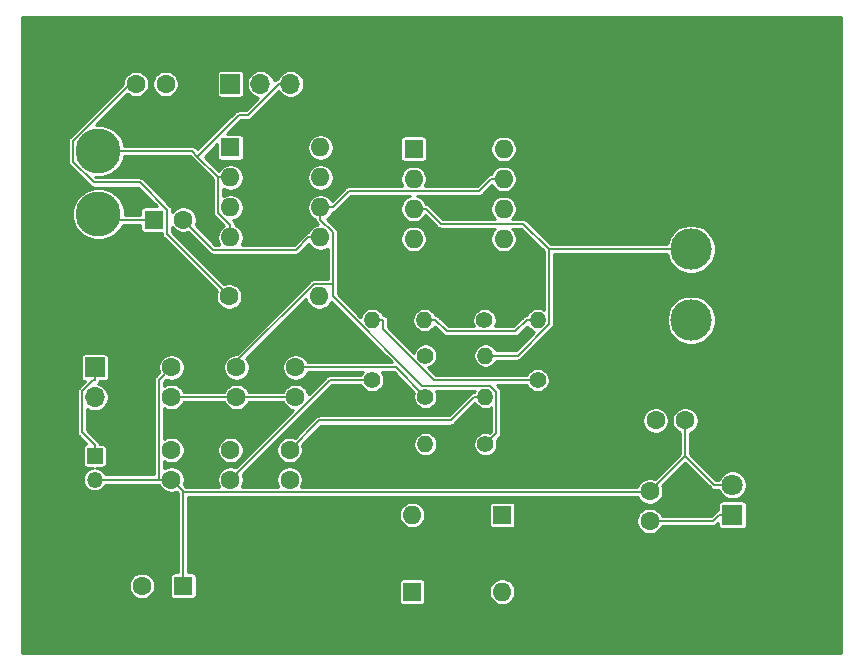
<source format=gbr>
%TF.GenerationSoftware,KiCad,Pcbnew,5.1.10*%
%TF.CreationDate,2021-06-28T11:49:32+02:00*%
%TF.ProjectId,9v-preamp,39762d70-7265-4616-9d70-2e6b69636164,rev?*%
%TF.SameCoordinates,Original*%
%TF.FileFunction,Copper,L1,Top*%
%TF.FilePolarity,Positive*%
%FSLAX46Y46*%
G04 Gerber Fmt 4.6, Leading zero omitted, Abs format (unit mm)*
G04 Created by KiCad (PCBNEW 5.1.10) date 2021-06-28 11:49:32*
%MOMM*%
%LPD*%
G01*
G04 APERTURE LIST*
%TA.AperFunction,ComponentPad*%
%ADD10C,3.800000*%
%TD*%
%TA.AperFunction,ComponentPad*%
%ADD11C,1.600000*%
%TD*%
%TA.AperFunction,ComponentPad*%
%ADD12O,1.600000X1.600000*%
%TD*%
%TA.AperFunction,ComponentPad*%
%ADD13O,1.700000X1.700000*%
%TD*%
%TA.AperFunction,ComponentPad*%
%ADD14R,1.700000X1.700000*%
%TD*%
%TA.AperFunction,ComponentPad*%
%ADD15R,1.350000X1.350000*%
%TD*%
%TA.AperFunction,ComponentPad*%
%ADD16O,1.350000X1.350000*%
%TD*%
%TA.AperFunction,ComponentPad*%
%ADD17R,1.800000X1.800000*%
%TD*%
%TA.AperFunction,ComponentPad*%
%ADD18C,1.800000*%
%TD*%
%TA.AperFunction,ComponentPad*%
%ADD19R,1.600000X1.600000*%
%TD*%
%TA.AperFunction,ComponentPad*%
%ADD20C,3.500000*%
%TD*%
%TA.AperFunction,ComponentPad*%
%ADD21C,1.400000*%
%TD*%
%TA.AperFunction,ComponentPad*%
%ADD22O,1.400000X1.400000*%
%TD*%
%TA.AperFunction,ViaPad*%
%ADD23C,0.800000*%
%TD*%
%TA.AperFunction,Conductor*%
%ADD24C,0.200000*%
%TD*%
%TA.AperFunction,Conductor*%
%ADD25C,0.254000*%
%TD*%
%TA.AperFunction,Conductor*%
%ADD26C,0.100000*%
%TD*%
G04 APERTURE END LIST*
D10*
%TO.P,J8,1*%
%TO.N,Earth*%
X45500000Y-89000000D03*
%TD*%
%TO.P,J9,1*%
%TO.N,Earth*%
X107000000Y-89000000D03*
%TD*%
%TO.P,J7,1*%
%TO.N,Earth*%
X107000000Y-135500000D03*
%TD*%
%TO.P,J6,1*%
%TO.N,Earth*%
X45500000Y-135500000D03*
%TD*%
D11*
%TO.P,R1,1*%
%TO.N,Net-(C7-Pad1)*%
X58880000Y-109000000D03*
D12*
%TO.P,R1,2*%
%TO.N,GND*%
X66500000Y-109000000D03*
%TD*%
D11*
%TO.P,C7,1*%
%TO.N,Net-(C7-Pad1)*%
X51000000Y-91000000D03*
%TO.P,C7,2*%
%TO.N,Net-(C1-Pad2)*%
X53500000Y-91000000D03*
%TD*%
D13*
%TO.P,BT1,2*%
%TO.N,GND*%
X47500000Y-117540000D03*
D14*
%TO.P,BT1,1*%
%TO.N,Net-(BT1-Pad1)*%
X47500000Y-115000000D03*
%TD*%
D11*
%TO.P,C4,2*%
%TO.N,GND*%
X54000000Y-117500000D03*
%TO.P,C4,1*%
%TO.N,Net-(C2-Pad2)*%
X54000000Y-115000000D03*
%TD*%
%TO.P,C2,2*%
%TO.N,Net-(C2-Pad2)*%
X97500000Y-119500000D03*
%TO.P,C2,1*%
%TO.N,GND*%
X95000000Y-119500000D03*
%TD*%
%TO.P,C3,1*%
%TO.N,GND*%
X94500000Y-128000000D03*
%TO.P,C3,2*%
%TO.N,Net-(C2-Pad2)*%
X94500000Y-125500000D03*
%TD*%
D15*
%TO.P,SW1,1*%
%TO.N,Net-(BT1-Pad1)*%
X47500000Y-122500000D03*
D16*
%TO.P,SW1,2*%
%TO.N,Net-(C2-Pad2)*%
X47500000Y-124500000D03*
%TD*%
D10*
%TO.P,J2,1*%
%TO.N,GND*%
X47825000Y-96675000D03*
%TD*%
%TO.P,J1,1*%
%TO.N,Net-(C1-Pad1)*%
X47825000Y-102025000D03*
%TD*%
D14*
%TO.P,RV1,1*%
%TO.N,+out*%
X59000000Y-91000000D03*
D13*
%TO.P,RV1,2*%
%TO.N,Net-(RV1-Pad2)*%
X61540000Y-91000000D03*
%TO.P,RV1,3*%
%TO.N,GND*%
X64080000Y-91000000D03*
%TD*%
D17*
%TO.P,D1,1*%
%TO.N,GND*%
X101500000Y-127500000D03*
D18*
%TO.P,D1,2*%
%TO.N,Net-(C2-Pad2)*%
X101500000Y-124960000D03*
%TD*%
D11*
%TO.P,C6,1*%
%TO.N,GND*%
X54000000Y-122000000D03*
%TO.P,C6,2*%
%TO.N,Net-(C2-Pad2)*%
X54000000Y-124500000D03*
%TD*%
D19*
%TO.P,C1,1*%
%TO.N,Net-(C1-Pad1)*%
X52500000Y-102500000D03*
D11*
%TO.P,C1,2*%
%TO.N,Net-(C1-Pad2)*%
X55000000Y-102500000D03*
%TD*%
D19*
%TO.P,C5,1*%
%TO.N,Net-(C2-Pad2)*%
X55000000Y-133500000D03*
D11*
%TO.P,C5,2*%
%TO.N,GND*%
X51500000Y-133500000D03*
%TD*%
%TO.P,C8,1*%
%TO.N,VCC*%
X59500000Y-115000000D03*
%TO.P,C8,2*%
%TO.N,GND*%
X59500000Y-117500000D03*
%TD*%
%TO.P,C9,2*%
%TO.N,Net-(C9-Pad2)*%
X59000000Y-124500000D03*
%TO.P,C9,1*%
%TO.N,+out*%
X59000000Y-122000000D03*
%TD*%
%TO.P,C10,2*%
%TO.N,Net-(C10-Pad2)*%
X64000000Y-124500000D03*
%TO.P,C10,1*%
%TO.N,GND*%
X64000000Y-122000000D03*
%TD*%
%TO.P,C11,1*%
%TO.N,Net-(C11-Pad1)*%
X64500000Y-115000000D03*
%TO.P,C11,2*%
%TO.N,GND*%
X64500000Y-117500000D03*
%TD*%
D12*
%TO.P,D2,2*%
%TO.N,Net-(D2-Pad2)*%
X74380000Y-127500000D03*
D19*
%TO.P,D2,1*%
%TO.N,VCC*%
X82000000Y-127500000D03*
%TD*%
%TO.P,D3,1*%
%TO.N,Net-(D2-Pad2)*%
X74380000Y-134000000D03*
D12*
%TO.P,D3,2*%
%TO.N,GND*%
X82000000Y-134000000D03*
%TD*%
D20*
%TO.P,J3,1*%
%TO.N,Net-(D2-Pad2)*%
X98000000Y-105000000D03*
%TD*%
%TO.P,J4,1*%
%TO.N,GND*%
X98000000Y-111000000D03*
%TD*%
D10*
%TO.P,J5,1*%
%TO.N,Earth*%
X98000000Y-99500000D03*
%TD*%
D21*
%TO.P,R2,1*%
%TO.N,VCC*%
X80580000Y-121500000D03*
D22*
%TO.P,R2,2*%
%TO.N,Net-(C11-Pad1)*%
X75500000Y-121500000D03*
%TD*%
%TO.P,R3,2*%
%TO.N,Net-(D2-Pad2)*%
X80580000Y-114000000D03*
D21*
%TO.P,R3,1*%
%TO.N,Net-(C11-Pad1)*%
X75500000Y-114000000D03*
%TD*%
D22*
%TO.P,R4,2*%
%TO.N,Net-(R4-Pad2)*%
X71000000Y-111000000D03*
D21*
%TO.P,R4,1*%
%TO.N,Net-(C9-Pad2)*%
X71000000Y-116080000D03*
%TD*%
%TO.P,R5,1*%
%TO.N,Net-(C10-Pad2)*%
X80500000Y-111000000D03*
D22*
%TO.P,R5,2*%
%TO.N,Net-(R5-Pad2)*%
X75420000Y-111000000D03*
%TD*%
%TO.P,R6,2*%
%TO.N,GND*%
X80580000Y-117500000D03*
D21*
%TO.P,R6,1*%
%TO.N,Net-(C11-Pad1)*%
X75500000Y-117500000D03*
%TD*%
%TO.P,R7,1*%
%TO.N,Net-(R4-Pad2)*%
X85000000Y-116080000D03*
D22*
%TO.P,R7,2*%
%TO.N,Net-(R5-Pad2)*%
X85000000Y-111000000D03*
%TD*%
D19*
%TO.P,U2,1*%
%TO.N,Net-(U2-Pad1)*%
X74500000Y-96500000D03*
D12*
%TO.P,U2,5*%
%TO.N,Net-(U2-Pad5)*%
X82120000Y-104120000D03*
%TO.P,U2,2*%
%TO.N,Net-(R5-Pad2)*%
X74500000Y-99040000D03*
%TO.P,U2,6*%
%TO.N,Net-(R4-Pad2)*%
X82120000Y-101580000D03*
%TO.P,U2,3*%
%TO.N,Net-(D2-Pad2)*%
X74500000Y-101580000D03*
%TO.P,U2,7*%
%TO.N,VCC*%
X82120000Y-99040000D03*
%TO.P,U2,4*%
%TO.N,V-*%
X74500000Y-104120000D03*
%TO.P,U2,8*%
%TO.N,Net-(U2-Pad8)*%
X82120000Y-96500000D03*
%TD*%
D19*
%TO.P,U1,1*%
%TO.N,Net-(U1-Pad1)*%
X59000000Y-96380000D03*
D12*
%TO.P,U1,5*%
%TO.N,Net-(C1-Pad2)*%
X66620000Y-104000000D03*
%TO.P,U1,2*%
%TO.N,GND*%
X59000000Y-98920000D03*
%TO.P,U1,6*%
%TO.N,VCC*%
X66620000Y-101460000D03*
%TO.P,U1,3*%
%TO.N,Net-(RV1-Pad2)*%
X59000000Y-101460000D03*
%TO.P,U1,7*%
%TO.N,Net-(U1-Pad7)*%
X66620000Y-98920000D03*
%TO.P,U1,4*%
%TO.N,GND*%
X59000000Y-104000000D03*
%TO.P,U1,8*%
%TO.N,Net-(U1-Pad8)*%
X66620000Y-96380000D03*
%TD*%
D23*
%TO.N,Earth*%
X56000000Y-120000000D03*
X51500000Y-98000000D03*
X80500000Y-119500000D03*
%TD*%
D24*
%TO.N,GND*%
X80580000Y-117500000D02*
X79649700Y-117500000D01*
X64000000Y-122000000D02*
X66499900Y-119500100D01*
X66499900Y-119500100D02*
X77649600Y-119500100D01*
X77649600Y-119500100D02*
X79649700Y-117500000D01*
X101500000Y-127500000D02*
X100369700Y-127500000D01*
X94500000Y-128000000D02*
X99869700Y-128000000D01*
X99869700Y-128000000D02*
X100369700Y-127500000D01*
X59000000Y-104000000D02*
X59000000Y-102969700D01*
X59000000Y-102969700D02*
X57969700Y-101939400D01*
X57969700Y-101939400D02*
X57969700Y-98920000D01*
X56206200Y-97156400D02*
X57969700Y-98920000D01*
X47825000Y-96675000D02*
X55724700Y-96675000D01*
X55724700Y-96675000D02*
X56206200Y-97156400D01*
X56206200Y-97156400D02*
X59706400Y-93656200D01*
X59706400Y-93656200D02*
X60455400Y-93656200D01*
X60455400Y-93656200D02*
X62999700Y-91111900D01*
X62999700Y-91111900D02*
X62999700Y-91000000D01*
X64080000Y-91000000D02*
X62999700Y-91000000D01*
X59000000Y-98920000D02*
X57969700Y-98920000D01*
X59500000Y-117500000D02*
X54000000Y-117500000D01*
X64500000Y-117500000D02*
X59500000Y-117500000D01*
%TO.N,Net-(BT1-Pad1)*%
X47500000Y-115000000D02*
X47500000Y-116080300D01*
X47500000Y-122500000D02*
X47500000Y-121594700D01*
X47500000Y-121594700D02*
X46419700Y-120514400D01*
X46419700Y-120514400D02*
X46419700Y-117025400D01*
X46419700Y-117025400D02*
X47364800Y-116080300D01*
X47364800Y-116080300D02*
X47500000Y-116080300D01*
%TO.N,Net-(C7-Pad1)*%
X51000000Y-91000000D02*
X50471000Y-91000000D01*
X50471000Y-91000000D02*
X45659000Y-95812000D01*
X45659000Y-95812000D02*
X45659000Y-97606300D01*
X45659000Y-97606300D02*
X47402700Y-99350000D01*
X47402700Y-99350000D02*
X51336700Y-99350000D01*
X51336700Y-99350000D02*
X53633100Y-101646400D01*
X53633100Y-101646400D02*
X53633100Y-103753100D01*
X53633100Y-103753100D02*
X58880000Y-109000000D01*
%TO.N,Net-(R5-Pad2)*%
X75420000Y-111000000D02*
X76350300Y-111000000D01*
X85000000Y-111000000D02*
X84069700Y-111000000D01*
X84069700Y-111000000D02*
X83107200Y-111962500D01*
X83107200Y-111962500D02*
X77312800Y-111962500D01*
X77312800Y-111962500D02*
X76350300Y-111000000D01*
%TO.N,VCC*%
X66620000Y-101460000D02*
X67650300Y-101460000D01*
X82120000Y-99040000D02*
X81089700Y-99040000D01*
X81089700Y-99040000D02*
X80059400Y-100070300D01*
X80059400Y-100070300D02*
X69040000Y-100070300D01*
X69040000Y-100070300D02*
X67650300Y-101460000D01*
X66620000Y-101460000D02*
X66620000Y-102490300D01*
X67650400Y-107944400D02*
X66053500Y-107944400D01*
X66053500Y-107944400D02*
X59500000Y-114497900D01*
X59500000Y-114497900D02*
X59500000Y-115000000D01*
X80580000Y-121500000D02*
X81516300Y-120563700D01*
X81516300Y-120563700D02*
X81516300Y-117096600D01*
X81516300Y-117096600D02*
X80989300Y-116569600D01*
X80989300Y-116569600D02*
X75241900Y-116569600D01*
X75241900Y-116569600D02*
X67650400Y-108978100D01*
X67650400Y-108978100D02*
X67650400Y-107944400D01*
X66620000Y-102490300D02*
X67650400Y-103520700D01*
X67650400Y-103520700D02*
X67650400Y-107944400D01*
%TO.N,Net-(C11-Pad1)*%
X75500000Y-117500000D02*
X73000000Y-115000000D01*
X73000000Y-115000000D02*
X64500000Y-115000000D01*
%TO.N,Net-(C1-Pad1)*%
X52500000Y-102500000D02*
X48300000Y-102500000D01*
X48300000Y-102500000D02*
X47825000Y-102025000D01*
%TO.N,Net-(C1-Pad2)*%
X66620000Y-104000000D02*
X65589700Y-104000000D01*
X65589700Y-104000000D02*
X64554500Y-105035200D01*
X64554500Y-105035200D02*
X57535200Y-105035200D01*
X57535200Y-105035200D02*
X55000000Y-102500000D01*
%TO.N,Net-(C2-Pad2)*%
X52941800Y-124500000D02*
X54000000Y-124500000D01*
X47500000Y-124500000D02*
X52941800Y-124500000D01*
X52941800Y-124500000D02*
X52941800Y-116058200D01*
X52941800Y-116058200D02*
X54000000Y-115000000D01*
X97500000Y-122500000D02*
X97500000Y-119500000D01*
X94500000Y-125500000D02*
X97500000Y-122500000D01*
X101500000Y-124960000D02*
X99960000Y-124960000D01*
X99960000Y-124960000D02*
X97500000Y-122500000D01*
X55054300Y-125554300D02*
X94445700Y-125554300D01*
X94445700Y-125554300D02*
X94500000Y-125500000D01*
X54000000Y-124500000D02*
X55054300Y-125554300D01*
X55000000Y-133500000D02*
X55000000Y-125608600D01*
X55000000Y-125608600D02*
X55054300Y-125554300D01*
%TO.N,Net-(C9-Pad2)*%
X71000000Y-116080000D02*
X67420000Y-116080000D01*
X67420000Y-116080000D02*
X59000000Y-124500000D01*
%TO.N,Net-(D2-Pad2)*%
X85949600Y-105000000D02*
X85949600Y-111366100D01*
X85949600Y-111366100D02*
X83315700Y-114000000D01*
X83315700Y-114000000D02*
X80580000Y-114000000D01*
X75530300Y-101580000D02*
X76800300Y-102850000D01*
X76800300Y-102850000D02*
X83799600Y-102850000D01*
X83799600Y-102850000D02*
X85949600Y-105000000D01*
X98000000Y-105000000D02*
X85949600Y-105000000D01*
X74500000Y-101580000D02*
X75530300Y-101580000D01*
%TO.N,Net-(R4-Pad2)*%
X71000000Y-111000000D02*
X71930300Y-111000000D01*
X85000000Y-116080000D02*
X76216200Y-116080000D01*
X76216200Y-116080000D02*
X71930300Y-111794100D01*
X71930300Y-111794100D02*
X71930300Y-111000000D01*
%TD*%
D25*
%TO.N,Earth*%
X110648001Y-139148000D02*
X41352000Y-139148000D01*
X41352000Y-133389000D01*
X50373000Y-133389000D01*
X50373000Y-133611000D01*
X50416310Y-133828734D01*
X50501266Y-134033835D01*
X50624602Y-134218421D01*
X50781579Y-134375398D01*
X50966165Y-134498734D01*
X51171266Y-134583690D01*
X51389000Y-134627000D01*
X51611000Y-134627000D01*
X51828734Y-134583690D01*
X52033835Y-134498734D01*
X52218421Y-134375398D01*
X52375398Y-134218421D01*
X52498734Y-134033835D01*
X52583690Y-133828734D01*
X52627000Y-133611000D01*
X52627000Y-133389000D01*
X52583690Y-133171266D01*
X52498734Y-132966165D01*
X52375398Y-132781579D01*
X52218421Y-132624602D01*
X52033835Y-132501266D01*
X51828734Y-132416310D01*
X51611000Y-132373000D01*
X51389000Y-132373000D01*
X51171266Y-132416310D01*
X50966165Y-132501266D01*
X50781579Y-132624602D01*
X50624602Y-132781579D01*
X50501266Y-132966165D01*
X50416310Y-133171266D01*
X50373000Y-133389000D01*
X41352000Y-133389000D01*
X41352000Y-95812000D01*
X45229935Y-95812000D01*
X45232000Y-95832967D01*
X45232001Y-97585323D01*
X45229935Y-97606300D01*
X45238179Y-97690006D01*
X45262596Y-97770496D01*
X45302245Y-97844676D01*
X45342232Y-97893400D01*
X45342237Y-97893405D01*
X45355606Y-97909695D01*
X45371895Y-97923063D01*
X47085941Y-99637111D01*
X47099305Y-99653395D01*
X47115589Y-99666759D01*
X47115598Y-99666768D01*
X47164323Y-99706755D01*
X47177025Y-99713544D01*
X47238504Y-99746405D01*
X47318993Y-99770822D01*
X47381722Y-99777000D01*
X47381732Y-99777000D01*
X47402699Y-99779065D01*
X47423666Y-99777000D01*
X51159832Y-99777000D01*
X52754249Y-101371418D01*
X51700000Y-101371418D01*
X51635897Y-101377732D01*
X51574257Y-101396430D01*
X51517450Y-101426794D01*
X51467657Y-101467657D01*
X51426794Y-101517450D01*
X51396430Y-101574257D01*
X51377732Y-101635897D01*
X51371418Y-101700000D01*
X51371418Y-102073000D01*
X50052000Y-102073000D01*
X50052000Y-101805660D01*
X49966418Y-101375408D01*
X49798542Y-100970120D01*
X49554824Y-100605370D01*
X49244630Y-100295176D01*
X48879880Y-100051458D01*
X48474592Y-99883582D01*
X48044340Y-99798000D01*
X47605660Y-99798000D01*
X47175408Y-99883582D01*
X46770120Y-100051458D01*
X46405370Y-100295176D01*
X46095176Y-100605370D01*
X45851458Y-100970120D01*
X45683582Y-101375408D01*
X45598000Y-101805660D01*
X45598000Y-102244340D01*
X45683582Y-102674592D01*
X45851458Y-103079880D01*
X46095176Y-103444630D01*
X46405370Y-103754824D01*
X46770120Y-103998542D01*
X47175408Y-104166418D01*
X47605660Y-104252000D01*
X48044340Y-104252000D01*
X48474592Y-104166418D01*
X48879880Y-103998542D01*
X49244630Y-103754824D01*
X49554824Y-103444630D01*
X49798542Y-103079880D01*
X49861867Y-102927000D01*
X51371418Y-102927000D01*
X51371418Y-103300000D01*
X51377732Y-103364103D01*
X51396430Y-103425743D01*
X51426794Y-103482550D01*
X51467657Y-103532343D01*
X51517450Y-103573206D01*
X51574257Y-103603570D01*
X51635897Y-103622268D01*
X51700000Y-103628582D01*
X53206101Y-103628582D01*
X53206101Y-103732123D01*
X53204035Y-103753100D01*
X53212279Y-103836806D01*
X53236696Y-103917296D01*
X53276345Y-103991476D01*
X53316332Y-104040200D01*
X53316337Y-104040205D01*
X53329706Y-104056495D01*
X53345996Y-104069864D01*
X57840562Y-108564432D01*
X57796310Y-108671266D01*
X57753000Y-108889000D01*
X57753000Y-109111000D01*
X57796310Y-109328734D01*
X57881266Y-109533835D01*
X58004602Y-109718421D01*
X58161579Y-109875398D01*
X58346165Y-109998734D01*
X58551266Y-110083690D01*
X58769000Y-110127000D01*
X58991000Y-110127000D01*
X59208734Y-110083690D01*
X59413835Y-109998734D01*
X59598421Y-109875398D01*
X59755398Y-109718421D01*
X59878734Y-109533835D01*
X59963690Y-109328734D01*
X60007000Y-109111000D01*
X60007000Y-108889000D01*
X59963690Y-108671266D01*
X59878734Y-108466165D01*
X59755398Y-108281579D01*
X59598421Y-108124602D01*
X59413835Y-108001266D01*
X59208734Y-107916310D01*
X58991000Y-107873000D01*
X58769000Y-107873000D01*
X58551266Y-107916310D01*
X58444432Y-107960562D01*
X54060100Y-103576232D01*
X54060100Y-103121887D01*
X54124602Y-103218421D01*
X54281579Y-103375398D01*
X54466165Y-103498734D01*
X54671266Y-103583690D01*
X54889000Y-103627000D01*
X55111000Y-103627000D01*
X55328734Y-103583690D01*
X55435569Y-103539437D01*
X57218441Y-105322311D01*
X57231805Y-105338595D01*
X57248089Y-105351959D01*
X57248098Y-105351968D01*
X57296823Y-105391955D01*
X57305149Y-105396405D01*
X57371004Y-105431605D01*
X57451493Y-105456022D01*
X57514222Y-105462200D01*
X57514232Y-105462200D01*
X57535199Y-105464265D01*
X57556166Y-105462200D01*
X64533533Y-105462200D01*
X64554500Y-105464265D01*
X64575467Y-105462200D01*
X64575478Y-105462200D01*
X64638207Y-105456022D01*
X64718696Y-105431605D01*
X64792876Y-105391955D01*
X64857895Y-105338595D01*
X64871268Y-105322300D01*
X65636674Y-104556895D01*
X65744602Y-104718421D01*
X65901579Y-104875398D01*
X66086165Y-104998734D01*
X66291266Y-105083690D01*
X66509000Y-105127000D01*
X66731000Y-105127000D01*
X66948734Y-105083690D01*
X67153835Y-104998734D01*
X67223400Y-104952252D01*
X67223401Y-107517400D01*
X66074467Y-107517400D01*
X66053500Y-107515335D01*
X66032533Y-107517400D01*
X66032522Y-107517400D01*
X65969793Y-107523578D01*
X65908037Y-107542312D01*
X65889303Y-107547995D01*
X65815123Y-107587644D01*
X65766399Y-107627632D01*
X65766395Y-107627636D01*
X65750105Y-107641005D01*
X65736736Y-107657295D01*
X59521032Y-113873000D01*
X59389000Y-113873000D01*
X59171266Y-113916310D01*
X58966165Y-114001266D01*
X58781579Y-114124602D01*
X58624602Y-114281579D01*
X58501266Y-114466165D01*
X58416310Y-114671266D01*
X58373000Y-114889000D01*
X58373000Y-115111000D01*
X58416310Y-115328734D01*
X58501266Y-115533835D01*
X58624602Y-115718421D01*
X58781579Y-115875398D01*
X58966165Y-115998734D01*
X59171266Y-116083690D01*
X59389000Y-116127000D01*
X59611000Y-116127000D01*
X59828734Y-116083690D01*
X60033835Y-115998734D01*
X60218421Y-115875398D01*
X60375398Y-115718421D01*
X60498734Y-115533835D01*
X60583690Y-115328734D01*
X60627000Y-115111000D01*
X60627000Y-114889000D01*
X60583690Y-114671266D01*
X60498734Y-114466165D01*
X60375398Y-114281579D01*
X60347794Y-114253975D01*
X65392539Y-109209230D01*
X65416310Y-109328734D01*
X65501266Y-109533835D01*
X65624602Y-109718421D01*
X65781579Y-109875398D01*
X65966165Y-109998734D01*
X66171266Y-110083690D01*
X66389000Y-110127000D01*
X66611000Y-110127000D01*
X66828734Y-110083690D01*
X67033835Y-109998734D01*
X67218421Y-109875398D01*
X67375398Y-109718421D01*
X67498734Y-109533835D01*
X67529058Y-109460626D01*
X72641431Y-114573000D01*
X65542987Y-114573000D01*
X65498734Y-114466165D01*
X65375398Y-114281579D01*
X65218421Y-114124602D01*
X65033835Y-114001266D01*
X64828734Y-113916310D01*
X64611000Y-113873000D01*
X64389000Y-113873000D01*
X64171266Y-113916310D01*
X63966165Y-114001266D01*
X63781579Y-114124602D01*
X63624602Y-114281579D01*
X63501266Y-114466165D01*
X63416310Y-114671266D01*
X63373000Y-114889000D01*
X63373000Y-115111000D01*
X63416310Y-115328734D01*
X63501266Y-115533835D01*
X63624602Y-115718421D01*
X63781579Y-115875398D01*
X63966165Y-115998734D01*
X64171266Y-116083690D01*
X64389000Y-116127000D01*
X64611000Y-116127000D01*
X64828734Y-116083690D01*
X65033835Y-115998734D01*
X65218421Y-115875398D01*
X65375398Y-115718421D01*
X65498734Y-115533835D01*
X65542987Y-115427000D01*
X70201158Y-115427000D01*
X70089885Y-115593533D01*
X70065253Y-115653000D01*
X67440966Y-115653000D01*
X67419999Y-115650935D01*
X67399032Y-115653000D01*
X67399022Y-115653000D01*
X67336293Y-115659178D01*
X67255804Y-115683595D01*
X67222409Y-115701445D01*
X67181623Y-115723245D01*
X67132898Y-115763232D01*
X67132889Y-115763241D01*
X67116605Y-115776605D01*
X67103241Y-115792889D01*
X65607112Y-117289018D01*
X65583690Y-117171266D01*
X65498734Y-116966165D01*
X65375398Y-116781579D01*
X65218421Y-116624602D01*
X65033835Y-116501266D01*
X64828734Y-116416310D01*
X64611000Y-116373000D01*
X64389000Y-116373000D01*
X64171266Y-116416310D01*
X63966165Y-116501266D01*
X63781579Y-116624602D01*
X63624602Y-116781579D01*
X63501266Y-116966165D01*
X63457013Y-117073000D01*
X60542987Y-117073000D01*
X60498734Y-116966165D01*
X60375398Y-116781579D01*
X60218421Y-116624602D01*
X60033835Y-116501266D01*
X59828734Y-116416310D01*
X59611000Y-116373000D01*
X59389000Y-116373000D01*
X59171266Y-116416310D01*
X58966165Y-116501266D01*
X58781579Y-116624602D01*
X58624602Y-116781579D01*
X58501266Y-116966165D01*
X58457013Y-117073000D01*
X55042987Y-117073000D01*
X54998734Y-116966165D01*
X54875398Y-116781579D01*
X54718421Y-116624602D01*
X54533835Y-116501266D01*
X54328734Y-116416310D01*
X54111000Y-116373000D01*
X53889000Y-116373000D01*
X53671266Y-116416310D01*
X53466165Y-116501266D01*
X53368800Y-116566323D01*
X53368800Y-116235068D01*
X53564431Y-116039437D01*
X53671266Y-116083690D01*
X53889000Y-116127000D01*
X54111000Y-116127000D01*
X54328734Y-116083690D01*
X54533835Y-115998734D01*
X54718421Y-115875398D01*
X54875398Y-115718421D01*
X54998734Y-115533835D01*
X55083690Y-115328734D01*
X55127000Y-115111000D01*
X55127000Y-114889000D01*
X55083690Y-114671266D01*
X54998734Y-114466165D01*
X54875398Y-114281579D01*
X54718421Y-114124602D01*
X54533835Y-114001266D01*
X54328734Y-113916310D01*
X54111000Y-113873000D01*
X53889000Y-113873000D01*
X53671266Y-113916310D01*
X53466165Y-114001266D01*
X53281579Y-114124602D01*
X53124602Y-114281579D01*
X53001266Y-114466165D01*
X52916310Y-114671266D01*
X52873000Y-114889000D01*
X52873000Y-115111000D01*
X52916310Y-115328734D01*
X52960563Y-115435569D01*
X52654695Y-115741437D01*
X52638406Y-115754805D01*
X52625037Y-115771095D01*
X52625032Y-115771100D01*
X52585045Y-115819824D01*
X52555341Y-115875398D01*
X52545396Y-115894004D01*
X52520979Y-115974493D01*
X52518802Y-115996594D01*
X52512735Y-116058200D01*
X52514801Y-116079177D01*
X52514800Y-124073000D01*
X48407688Y-124073000D01*
X48387961Y-124025375D01*
X48278304Y-123861262D01*
X48138738Y-123721696D01*
X47974625Y-123612039D01*
X47792273Y-123536507D01*
X47626750Y-123503582D01*
X48175000Y-123503582D01*
X48239103Y-123497268D01*
X48300743Y-123478570D01*
X48357550Y-123448206D01*
X48407343Y-123407343D01*
X48448206Y-123357550D01*
X48478570Y-123300743D01*
X48497268Y-123239103D01*
X48503582Y-123175000D01*
X48503582Y-121825000D01*
X48497268Y-121760897D01*
X48478570Y-121699257D01*
X48448206Y-121642450D01*
X48407343Y-121592657D01*
X48357550Y-121551794D01*
X48300743Y-121521430D01*
X48239103Y-121502732D01*
X48175000Y-121496418D01*
X47916401Y-121496418D01*
X47896405Y-121430504D01*
X47877948Y-121395973D01*
X47856755Y-121356323D01*
X47816768Y-121307599D01*
X47816764Y-121307595D01*
X47803395Y-121291305D01*
X47787105Y-121277936D01*
X46846700Y-120337532D01*
X46846700Y-118519045D01*
X46942481Y-118583044D01*
X47156682Y-118671769D01*
X47384076Y-118717000D01*
X47615924Y-118717000D01*
X47843318Y-118671769D01*
X48057519Y-118583044D01*
X48250294Y-118454236D01*
X48414236Y-118290294D01*
X48543044Y-118097519D01*
X48631769Y-117883318D01*
X48677000Y-117655924D01*
X48677000Y-117424076D01*
X48631769Y-117196682D01*
X48543044Y-116982481D01*
X48414236Y-116789706D01*
X48250294Y-116625764D01*
X48057519Y-116496956D01*
X47843318Y-116408231D01*
X47787119Y-116397052D01*
X47803395Y-116383695D01*
X47856755Y-116318676D01*
X47896405Y-116244496D01*
X47916401Y-116178582D01*
X48350000Y-116178582D01*
X48414103Y-116172268D01*
X48475743Y-116153570D01*
X48532550Y-116123206D01*
X48582343Y-116082343D01*
X48623206Y-116032550D01*
X48653570Y-115975743D01*
X48672268Y-115914103D01*
X48678582Y-115850000D01*
X48678582Y-114150000D01*
X48672268Y-114085897D01*
X48653570Y-114024257D01*
X48623206Y-113967450D01*
X48582343Y-113917657D01*
X48532550Y-113876794D01*
X48475743Y-113846430D01*
X48414103Y-113827732D01*
X48350000Y-113821418D01*
X46650000Y-113821418D01*
X46585897Y-113827732D01*
X46524257Y-113846430D01*
X46467450Y-113876794D01*
X46417657Y-113917657D01*
X46376794Y-113967450D01*
X46346430Y-114024257D01*
X46327732Y-114085897D01*
X46321418Y-114150000D01*
X46321418Y-115850000D01*
X46327732Y-115914103D01*
X46346430Y-115975743D01*
X46376794Y-116032550D01*
X46417657Y-116082343D01*
X46467450Y-116123206D01*
X46524257Y-116153570D01*
X46585897Y-116172268D01*
X46650000Y-116178582D01*
X46662649Y-116178582D01*
X46132595Y-116708637D01*
X46116306Y-116722005D01*
X46102937Y-116738295D01*
X46102932Y-116738300D01*
X46062945Y-116787024D01*
X46023296Y-116861204D01*
X45998879Y-116941694D01*
X45990635Y-117025400D01*
X45992701Y-117046377D01*
X45992700Y-120493433D01*
X45990635Y-120514400D01*
X45992700Y-120535367D01*
X45992700Y-120535377D01*
X45998878Y-120598106D01*
X46023295Y-120678595D01*
X46023296Y-120678596D01*
X46062945Y-120752776D01*
X46102932Y-120801500D01*
X46116305Y-120817795D01*
X46132600Y-120831168D01*
X46800284Y-121498852D01*
X46760897Y-121502732D01*
X46699257Y-121521430D01*
X46642450Y-121551794D01*
X46592657Y-121592657D01*
X46551794Y-121642450D01*
X46521430Y-121699257D01*
X46502732Y-121760897D01*
X46496418Y-121825000D01*
X46496418Y-123175000D01*
X46502732Y-123239103D01*
X46521430Y-123300743D01*
X46551794Y-123357550D01*
X46592657Y-123407343D01*
X46642450Y-123448206D01*
X46699257Y-123478570D01*
X46760897Y-123497268D01*
X46825000Y-123503582D01*
X47373250Y-123503582D01*
X47207727Y-123536507D01*
X47025375Y-123612039D01*
X46861262Y-123721696D01*
X46721696Y-123861262D01*
X46612039Y-124025375D01*
X46536507Y-124207727D01*
X46498000Y-124401312D01*
X46498000Y-124598688D01*
X46536507Y-124792273D01*
X46612039Y-124974625D01*
X46721696Y-125138738D01*
X46861262Y-125278304D01*
X47025375Y-125387961D01*
X47207727Y-125463493D01*
X47401312Y-125502000D01*
X47598688Y-125502000D01*
X47792273Y-125463493D01*
X47974625Y-125387961D01*
X48138738Y-125278304D01*
X48278304Y-125138738D01*
X48387961Y-124974625D01*
X48407688Y-124927000D01*
X52920822Y-124927000D01*
X52941800Y-124929066D01*
X52957239Y-124927545D01*
X53001266Y-125033835D01*
X53124602Y-125218421D01*
X53281579Y-125375398D01*
X53466165Y-125498734D01*
X53671266Y-125583690D01*
X53889000Y-125627000D01*
X54111000Y-125627000D01*
X54328734Y-125583690D01*
X54435568Y-125539438D01*
X54573001Y-125676871D01*
X54573000Y-132371418D01*
X54200000Y-132371418D01*
X54135897Y-132377732D01*
X54074257Y-132396430D01*
X54017450Y-132426794D01*
X53967657Y-132467657D01*
X53926794Y-132517450D01*
X53896430Y-132574257D01*
X53877732Y-132635897D01*
X53871418Y-132700000D01*
X53871418Y-134300000D01*
X53877732Y-134364103D01*
X53896430Y-134425743D01*
X53926794Y-134482550D01*
X53967657Y-134532343D01*
X54017450Y-134573206D01*
X54074257Y-134603570D01*
X54135897Y-134622268D01*
X54200000Y-134628582D01*
X55800000Y-134628582D01*
X55864103Y-134622268D01*
X55925743Y-134603570D01*
X55982550Y-134573206D01*
X56032343Y-134532343D01*
X56073206Y-134482550D01*
X56103570Y-134425743D01*
X56122268Y-134364103D01*
X56128582Y-134300000D01*
X56128582Y-133200000D01*
X73251418Y-133200000D01*
X73251418Y-134800000D01*
X73257732Y-134864103D01*
X73276430Y-134925743D01*
X73306794Y-134982550D01*
X73347657Y-135032343D01*
X73397450Y-135073206D01*
X73454257Y-135103570D01*
X73515897Y-135122268D01*
X73580000Y-135128582D01*
X75180000Y-135128582D01*
X75244103Y-135122268D01*
X75305743Y-135103570D01*
X75362550Y-135073206D01*
X75412343Y-135032343D01*
X75453206Y-134982550D01*
X75483570Y-134925743D01*
X75502268Y-134864103D01*
X75508582Y-134800000D01*
X75508582Y-133889000D01*
X80873000Y-133889000D01*
X80873000Y-134111000D01*
X80916310Y-134328734D01*
X81001266Y-134533835D01*
X81124602Y-134718421D01*
X81281579Y-134875398D01*
X81466165Y-134998734D01*
X81671266Y-135083690D01*
X81889000Y-135127000D01*
X82111000Y-135127000D01*
X82328734Y-135083690D01*
X82533835Y-134998734D01*
X82718421Y-134875398D01*
X82875398Y-134718421D01*
X82998734Y-134533835D01*
X83083690Y-134328734D01*
X83127000Y-134111000D01*
X83127000Y-133889000D01*
X83083690Y-133671266D01*
X82998734Y-133466165D01*
X82875398Y-133281579D01*
X82718421Y-133124602D01*
X82533835Y-133001266D01*
X82328734Y-132916310D01*
X82111000Y-132873000D01*
X81889000Y-132873000D01*
X81671266Y-132916310D01*
X81466165Y-133001266D01*
X81281579Y-133124602D01*
X81124602Y-133281579D01*
X81001266Y-133466165D01*
X80916310Y-133671266D01*
X80873000Y-133889000D01*
X75508582Y-133889000D01*
X75508582Y-133200000D01*
X75502268Y-133135897D01*
X75483570Y-133074257D01*
X75453206Y-133017450D01*
X75412343Y-132967657D01*
X75362550Y-132926794D01*
X75305743Y-132896430D01*
X75244103Y-132877732D01*
X75180000Y-132871418D01*
X73580000Y-132871418D01*
X73515897Y-132877732D01*
X73454257Y-132896430D01*
X73397450Y-132926794D01*
X73347657Y-132967657D01*
X73306794Y-133017450D01*
X73276430Y-133074257D01*
X73257732Y-133135897D01*
X73251418Y-133200000D01*
X56128582Y-133200000D01*
X56128582Y-132700000D01*
X56122268Y-132635897D01*
X56103570Y-132574257D01*
X56073206Y-132517450D01*
X56032343Y-132467657D01*
X55982550Y-132426794D01*
X55925743Y-132396430D01*
X55864103Y-132377732D01*
X55800000Y-132371418D01*
X55427000Y-132371418D01*
X55427000Y-127389000D01*
X73253000Y-127389000D01*
X73253000Y-127611000D01*
X73296310Y-127828734D01*
X73381266Y-128033835D01*
X73504602Y-128218421D01*
X73661579Y-128375398D01*
X73846165Y-128498734D01*
X74051266Y-128583690D01*
X74269000Y-128627000D01*
X74491000Y-128627000D01*
X74708734Y-128583690D01*
X74913835Y-128498734D01*
X75098421Y-128375398D01*
X75255398Y-128218421D01*
X75378734Y-128033835D01*
X75463690Y-127828734D01*
X75507000Y-127611000D01*
X75507000Y-127389000D01*
X75463690Y-127171266D01*
X75378734Y-126966165D01*
X75255398Y-126781579D01*
X75173819Y-126700000D01*
X80871418Y-126700000D01*
X80871418Y-128300000D01*
X80877732Y-128364103D01*
X80896430Y-128425743D01*
X80926794Y-128482550D01*
X80967657Y-128532343D01*
X81017450Y-128573206D01*
X81074257Y-128603570D01*
X81135897Y-128622268D01*
X81200000Y-128628582D01*
X82800000Y-128628582D01*
X82864103Y-128622268D01*
X82925743Y-128603570D01*
X82982550Y-128573206D01*
X83032343Y-128532343D01*
X83073206Y-128482550D01*
X83103570Y-128425743D01*
X83122268Y-128364103D01*
X83128582Y-128300000D01*
X83128582Y-127889000D01*
X93373000Y-127889000D01*
X93373000Y-128111000D01*
X93416310Y-128328734D01*
X93501266Y-128533835D01*
X93624602Y-128718421D01*
X93781579Y-128875398D01*
X93966165Y-128998734D01*
X94171266Y-129083690D01*
X94389000Y-129127000D01*
X94611000Y-129127000D01*
X94828734Y-129083690D01*
X95033835Y-128998734D01*
X95218421Y-128875398D01*
X95375398Y-128718421D01*
X95498734Y-128533835D01*
X95542987Y-128427000D01*
X99848733Y-128427000D01*
X99869700Y-128429065D01*
X99890667Y-128427000D01*
X99890678Y-128427000D01*
X99953407Y-128420822D01*
X100033896Y-128396405D01*
X100108076Y-128356755D01*
X100173095Y-128303395D01*
X100186468Y-128287100D01*
X100271418Y-128202150D01*
X100271418Y-128400000D01*
X100277732Y-128464103D01*
X100296430Y-128525743D01*
X100326794Y-128582550D01*
X100367657Y-128632343D01*
X100417450Y-128673206D01*
X100474257Y-128703570D01*
X100535897Y-128722268D01*
X100600000Y-128728582D01*
X102400000Y-128728582D01*
X102464103Y-128722268D01*
X102525743Y-128703570D01*
X102582550Y-128673206D01*
X102632343Y-128632343D01*
X102673206Y-128582550D01*
X102703570Y-128525743D01*
X102722268Y-128464103D01*
X102728582Y-128400000D01*
X102728582Y-126600000D01*
X102722268Y-126535897D01*
X102703570Y-126474257D01*
X102673206Y-126417450D01*
X102632343Y-126367657D01*
X102582550Y-126326794D01*
X102525743Y-126296430D01*
X102464103Y-126277732D01*
X102400000Y-126271418D01*
X100600000Y-126271418D01*
X100535897Y-126277732D01*
X100474257Y-126296430D01*
X100417450Y-126326794D01*
X100367657Y-126367657D01*
X100326794Y-126417450D01*
X100296430Y-126474257D01*
X100277732Y-126535897D01*
X100271418Y-126600000D01*
X100271418Y-127083599D01*
X100205504Y-127103595D01*
X100188238Y-127112824D01*
X100131323Y-127143244D01*
X100082599Y-127183232D01*
X100082595Y-127183236D01*
X100066305Y-127196605D01*
X100052936Y-127212895D01*
X99692832Y-127573000D01*
X95542987Y-127573000D01*
X95498734Y-127466165D01*
X95375398Y-127281579D01*
X95218421Y-127124602D01*
X95033835Y-127001266D01*
X94828734Y-126916310D01*
X94611000Y-126873000D01*
X94389000Y-126873000D01*
X94171266Y-126916310D01*
X93966165Y-127001266D01*
X93781579Y-127124602D01*
X93624602Y-127281579D01*
X93501266Y-127466165D01*
X93416310Y-127671266D01*
X93373000Y-127889000D01*
X83128582Y-127889000D01*
X83128582Y-126700000D01*
X83122268Y-126635897D01*
X83103570Y-126574257D01*
X83073206Y-126517450D01*
X83032343Y-126467657D01*
X82982550Y-126426794D01*
X82925743Y-126396430D01*
X82864103Y-126377732D01*
X82800000Y-126371418D01*
X81200000Y-126371418D01*
X81135897Y-126377732D01*
X81074257Y-126396430D01*
X81017450Y-126426794D01*
X80967657Y-126467657D01*
X80926794Y-126517450D01*
X80896430Y-126574257D01*
X80877732Y-126635897D01*
X80871418Y-126700000D01*
X75173819Y-126700000D01*
X75098421Y-126624602D01*
X74913835Y-126501266D01*
X74708734Y-126416310D01*
X74491000Y-126373000D01*
X74269000Y-126373000D01*
X74051266Y-126416310D01*
X73846165Y-126501266D01*
X73661579Y-126624602D01*
X73504602Y-126781579D01*
X73381266Y-126966165D01*
X73296310Y-127171266D01*
X73253000Y-127389000D01*
X55427000Y-127389000D01*
X55427000Y-125981300D01*
X93479505Y-125981300D01*
X93501266Y-126033835D01*
X93624602Y-126218421D01*
X93781579Y-126375398D01*
X93966165Y-126498734D01*
X94171266Y-126583690D01*
X94389000Y-126627000D01*
X94611000Y-126627000D01*
X94828734Y-126583690D01*
X95033835Y-126498734D01*
X95218421Y-126375398D01*
X95375398Y-126218421D01*
X95498734Y-126033835D01*
X95583690Y-125828734D01*
X95627000Y-125611000D01*
X95627000Y-125389000D01*
X95583690Y-125171266D01*
X95539437Y-125064431D01*
X97500000Y-123103869D01*
X99643241Y-125247111D01*
X99656605Y-125263395D01*
X99672889Y-125276759D01*
X99672898Y-125276768D01*
X99721623Y-125316755D01*
X99730501Y-125321500D01*
X99795804Y-125356405D01*
X99876293Y-125380822D01*
X99939022Y-125387000D01*
X99939034Y-125387000D01*
X99959999Y-125389065D01*
X99980964Y-125387000D01*
X100348774Y-125387000D01*
X100412647Y-125541202D01*
X100546927Y-125742167D01*
X100717833Y-125913073D01*
X100918798Y-126047353D01*
X101142097Y-126139847D01*
X101379151Y-126187000D01*
X101620849Y-126187000D01*
X101857903Y-126139847D01*
X102081202Y-126047353D01*
X102282167Y-125913073D01*
X102453073Y-125742167D01*
X102587353Y-125541202D01*
X102679847Y-125317903D01*
X102727000Y-125080849D01*
X102727000Y-124839151D01*
X102679847Y-124602097D01*
X102587353Y-124378798D01*
X102453073Y-124177833D01*
X102282167Y-124006927D01*
X102081202Y-123872647D01*
X101857903Y-123780153D01*
X101620849Y-123733000D01*
X101379151Y-123733000D01*
X101142097Y-123780153D01*
X100918798Y-123872647D01*
X100717833Y-124006927D01*
X100546927Y-124177833D01*
X100412647Y-124378798D01*
X100348774Y-124533000D01*
X100136870Y-124533000D01*
X97927000Y-122323132D01*
X97927000Y-120542987D01*
X98033835Y-120498734D01*
X98218421Y-120375398D01*
X98375398Y-120218421D01*
X98498734Y-120033835D01*
X98583690Y-119828734D01*
X98627000Y-119611000D01*
X98627000Y-119389000D01*
X98583690Y-119171266D01*
X98498734Y-118966165D01*
X98375398Y-118781579D01*
X98218421Y-118624602D01*
X98033835Y-118501266D01*
X97828734Y-118416310D01*
X97611000Y-118373000D01*
X97389000Y-118373000D01*
X97171266Y-118416310D01*
X96966165Y-118501266D01*
X96781579Y-118624602D01*
X96624602Y-118781579D01*
X96501266Y-118966165D01*
X96416310Y-119171266D01*
X96373000Y-119389000D01*
X96373000Y-119611000D01*
X96416310Y-119828734D01*
X96501266Y-120033835D01*
X96624602Y-120218421D01*
X96781579Y-120375398D01*
X96966165Y-120498734D01*
X97073001Y-120542987D01*
X97073000Y-122323131D01*
X94935569Y-124460563D01*
X94828734Y-124416310D01*
X94611000Y-124373000D01*
X94389000Y-124373000D01*
X94171266Y-124416310D01*
X93966165Y-124501266D01*
X93781579Y-124624602D01*
X93624602Y-124781579D01*
X93501266Y-124966165D01*
X93434521Y-125127300D01*
X64936283Y-125127300D01*
X64998734Y-125033835D01*
X65083690Y-124828734D01*
X65127000Y-124611000D01*
X65127000Y-124389000D01*
X65083690Y-124171266D01*
X64998734Y-123966165D01*
X64875398Y-123781579D01*
X64718421Y-123624602D01*
X64533835Y-123501266D01*
X64328734Y-123416310D01*
X64111000Y-123373000D01*
X63889000Y-123373000D01*
X63671266Y-123416310D01*
X63466165Y-123501266D01*
X63281579Y-123624602D01*
X63124602Y-123781579D01*
X63001266Y-123966165D01*
X62916310Y-124171266D01*
X62873000Y-124389000D01*
X62873000Y-124611000D01*
X62916310Y-124828734D01*
X63001266Y-125033835D01*
X63063717Y-125127300D01*
X59936283Y-125127300D01*
X59998734Y-125033835D01*
X60083690Y-124828734D01*
X60127000Y-124611000D01*
X60127000Y-124389000D01*
X60083690Y-124171266D01*
X60039437Y-124064431D01*
X67596870Y-116507000D01*
X70065253Y-116507000D01*
X70089885Y-116566467D01*
X70202277Y-116734674D01*
X70345326Y-116877723D01*
X70513533Y-116990115D01*
X70700435Y-117067533D01*
X70898849Y-117107000D01*
X71101151Y-117107000D01*
X71299565Y-117067533D01*
X71486467Y-116990115D01*
X71654674Y-116877723D01*
X71797723Y-116734674D01*
X71910115Y-116566467D01*
X71987533Y-116379565D01*
X72027000Y-116181151D01*
X72027000Y-115978849D01*
X71987533Y-115780435D01*
X71910115Y-115593533D01*
X71798842Y-115427000D01*
X72823132Y-115427000D01*
X74537099Y-117140968D01*
X74512467Y-117200435D01*
X74473000Y-117398849D01*
X74473000Y-117601151D01*
X74512467Y-117799565D01*
X74589885Y-117986467D01*
X74702277Y-118154674D01*
X74845326Y-118297723D01*
X75013533Y-118410115D01*
X75200435Y-118487533D01*
X75398849Y-118527000D01*
X75601151Y-118527000D01*
X75799565Y-118487533D01*
X75986467Y-118410115D01*
X76154674Y-118297723D01*
X76297723Y-118154674D01*
X76410115Y-117986467D01*
X76487533Y-117799565D01*
X76527000Y-117601151D01*
X76527000Y-117398849D01*
X76487533Y-117200435D01*
X76410115Y-117013533D01*
X76398801Y-116996600D01*
X79681199Y-116996600D01*
X79669885Y-117013533D01*
X79645955Y-117071304D01*
X79628733Y-117073000D01*
X79628722Y-117073000D01*
X79565993Y-117079178D01*
X79508563Y-117096600D01*
X79485503Y-117103595D01*
X79411324Y-117143244D01*
X79362599Y-117183232D01*
X79362595Y-117183236D01*
X79346305Y-117196605D01*
X79332936Y-117212895D01*
X77472732Y-119073100D01*
X66520856Y-119073100D01*
X66499899Y-119071036D01*
X66478942Y-119073100D01*
X66478922Y-119073100D01*
X66416193Y-119079278D01*
X66335704Y-119103695D01*
X66301173Y-119122152D01*
X66261523Y-119143345D01*
X66212798Y-119183333D01*
X66212795Y-119183336D01*
X66196505Y-119196705D01*
X66183136Y-119212995D01*
X64435569Y-120960563D01*
X64328734Y-120916310D01*
X64111000Y-120873000D01*
X63889000Y-120873000D01*
X63671266Y-120916310D01*
X63466165Y-121001266D01*
X63281579Y-121124602D01*
X63124602Y-121281579D01*
X63001266Y-121466165D01*
X62916310Y-121671266D01*
X62873000Y-121889000D01*
X62873000Y-122111000D01*
X62916310Y-122328734D01*
X63001266Y-122533835D01*
X63124602Y-122718421D01*
X63281579Y-122875398D01*
X63466165Y-122998734D01*
X63671266Y-123083690D01*
X63889000Y-123127000D01*
X64111000Y-123127000D01*
X64328734Y-123083690D01*
X64533835Y-122998734D01*
X64718421Y-122875398D01*
X64875398Y-122718421D01*
X64998734Y-122533835D01*
X65083690Y-122328734D01*
X65127000Y-122111000D01*
X65127000Y-121889000D01*
X65083690Y-121671266D01*
X65039437Y-121564431D01*
X65205019Y-121398849D01*
X74473000Y-121398849D01*
X74473000Y-121601151D01*
X74512467Y-121799565D01*
X74589885Y-121986467D01*
X74702277Y-122154674D01*
X74845326Y-122297723D01*
X75013533Y-122410115D01*
X75200435Y-122487533D01*
X75398849Y-122527000D01*
X75601151Y-122527000D01*
X75799565Y-122487533D01*
X75986467Y-122410115D01*
X76154674Y-122297723D01*
X76297723Y-122154674D01*
X76410115Y-121986467D01*
X76487533Y-121799565D01*
X76527000Y-121601151D01*
X76527000Y-121398849D01*
X76487533Y-121200435D01*
X76410115Y-121013533D01*
X76297723Y-120845326D01*
X76154674Y-120702277D01*
X75986467Y-120589885D01*
X75799565Y-120512467D01*
X75601151Y-120473000D01*
X75398849Y-120473000D01*
X75200435Y-120512467D01*
X75013533Y-120589885D01*
X74845326Y-120702277D01*
X74702277Y-120845326D01*
X74589885Y-121013533D01*
X74512467Y-121200435D01*
X74473000Y-121398849D01*
X65205019Y-121398849D01*
X66676769Y-119927100D01*
X77628633Y-119927100D01*
X77649600Y-119929165D01*
X77670567Y-119927100D01*
X77670578Y-119927100D01*
X77733307Y-119920922D01*
X77813796Y-119896505D01*
X77887976Y-119856855D01*
X77952995Y-119803495D01*
X77966368Y-119787200D01*
X79708825Y-118044744D01*
X79782277Y-118154674D01*
X79925326Y-118297723D01*
X80093533Y-118410115D01*
X80280435Y-118487533D01*
X80478849Y-118527000D01*
X80681151Y-118527000D01*
X80879565Y-118487533D01*
X81066467Y-118410115D01*
X81089301Y-118394858D01*
X81089300Y-120386830D01*
X80939032Y-120537099D01*
X80879565Y-120512467D01*
X80681151Y-120473000D01*
X80478849Y-120473000D01*
X80280435Y-120512467D01*
X80093533Y-120589885D01*
X79925326Y-120702277D01*
X79782277Y-120845326D01*
X79669885Y-121013533D01*
X79592467Y-121200435D01*
X79553000Y-121398849D01*
X79553000Y-121601151D01*
X79592467Y-121799565D01*
X79669885Y-121986467D01*
X79782277Y-122154674D01*
X79925326Y-122297723D01*
X80093533Y-122410115D01*
X80280435Y-122487533D01*
X80478849Y-122527000D01*
X80681151Y-122527000D01*
X80879565Y-122487533D01*
X81066467Y-122410115D01*
X81234674Y-122297723D01*
X81377723Y-122154674D01*
X81490115Y-121986467D01*
X81567533Y-121799565D01*
X81607000Y-121601151D01*
X81607000Y-121398849D01*
X81567533Y-121200435D01*
X81542901Y-121140968D01*
X81803412Y-120880458D01*
X81819695Y-120867095D01*
X81833059Y-120850811D01*
X81833068Y-120850802D01*
X81873055Y-120802077D01*
X81912704Y-120727897D01*
X81912705Y-120727896D01*
X81937122Y-120647407D01*
X81943300Y-120584678D01*
X81943300Y-120584668D01*
X81945365Y-120563701D01*
X81943300Y-120542734D01*
X81943300Y-119389000D01*
X93873000Y-119389000D01*
X93873000Y-119611000D01*
X93916310Y-119828734D01*
X94001266Y-120033835D01*
X94124602Y-120218421D01*
X94281579Y-120375398D01*
X94466165Y-120498734D01*
X94671266Y-120583690D01*
X94889000Y-120627000D01*
X95111000Y-120627000D01*
X95328734Y-120583690D01*
X95533835Y-120498734D01*
X95718421Y-120375398D01*
X95875398Y-120218421D01*
X95998734Y-120033835D01*
X96083690Y-119828734D01*
X96127000Y-119611000D01*
X96127000Y-119389000D01*
X96083690Y-119171266D01*
X95998734Y-118966165D01*
X95875398Y-118781579D01*
X95718421Y-118624602D01*
X95533835Y-118501266D01*
X95328734Y-118416310D01*
X95111000Y-118373000D01*
X94889000Y-118373000D01*
X94671266Y-118416310D01*
X94466165Y-118501266D01*
X94281579Y-118624602D01*
X94124602Y-118781579D01*
X94001266Y-118966165D01*
X93916310Y-119171266D01*
X93873000Y-119389000D01*
X81943300Y-119389000D01*
X81943300Y-117117567D01*
X81945365Y-117096600D01*
X81943300Y-117075633D01*
X81943300Y-117075622D01*
X81937122Y-117012893D01*
X81912705Y-116932404D01*
X81912705Y-116932403D01*
X81873056Y-116858224D01*
X81833068Y-116809499D01*
X81833064Y-116809495D01*
X81819695Y-116793205D01*
X81803405Y-116779836D01*
X81530568Y-116507000D01*
X84065253Y-116507000D01*
X84089885Y-116566467D01*
X84202277Y-116734674D01*
X84345326Y-116877723D01*
X84513533Y-116990115D01*
X84700435Y-117067533D01*
X84898849Y-117107000D01*
X85101151Y-117107000D01*
X85299565Y-117067533D01*
X85486467Y-116990115D01*
X85654674Y-116877723D01*
X85797723Y-116734674D01*
X85910115Y-116566467D01*
X85987533Y-116379565D01*
X86027000Y-116181151D01*
X86027000Y-115978849D01*
X85987533Y-115780435D01*
X85910115Y-115593533D01*
X85797723Y-115425326D01*
X85654674Y-115282277D01*
X85486467Y-115169885D01*
X85299565Y-115092467D01*
X85101151Y-115053000D01*
X84898849Y-115053000D01*
X84700435Y-115092467D01*
X84513533Y-115169885D01*
X84345326Y-115282277D01*
X84202277Y-115425326D01*
X84089885Y-115593533D01*
X84065253Y-115653000D01*
X76393069Y-115653000D01*
X75739541Y-114999472D01*
X75799565Y-114987533D01*
X75986467Y-114910115D01*
X76154674Y-114797723D01*
X76297723Y-114654674D01*
X76410115Y-114486467D01*
X76487533Y-114299565D01*
X76527000Y-114101151D01*
X76527000Y-113898849D01*
X76487533Y-113700435D01*
X76410115Y-113513533D01*
X76297723Y-113345326D01*
X76154674Y-113202277D01*
X75986467Y-113089885D01*
X75799565Y-113012467D01*
X75601151Y-112973000D01*
X75398849Y-112973000D01*
X75200435Y-113012467D01*
X75013533Y-113089885D01*
X74845326Y-113202277D01*
X74702277Y-113345326D01*
X74589885Y-113513533D01*
X74512467Y-113700435D01*
X74500527Y-113760459D01*
X72357300Y-111617232D01*
X72357300Y-111020978D01*
X72359366Y-111000000D01*
X72356382Y-110969696D01*
X72351122Y-110916293D01*
X72326705Y-110835804D01*
X72287055Y-110761624D01*
X72233695Y-110696605D01*
X72168676Y-110643245D01*
X72094496Y-110603595D01*
X72014007Y-110579178D01*
X71934044Y-110571303D01*
X71910115Y-110513533D01*
X71797723Y-110345326D01*
X71654674Y-110202277D01*
X71486467Y-110089885D01*
X71299565Y-110012467D01*
X71101151Y-109973000D01*
X70898849Y-109973000D01*
X70700435Y-110012467D01*
X70513533Y-110089885D01*
X70345326Y-110202277D01*
X70202277Y-110345326D01*
X70089885Y-110513533D01*
X70012467Y-110700435D01*
X70006517Y-110730348D01*
X68077400Y-108801232D01*
X68077400Y-107965378D01*
X68079466Y-107944400D01*
X68077400Y-107923422D01*
X68077400Y-104009000D01*
X73373000Y-104009000D01*
X73373000Y-104231000D01*
X73416310Y-104448734D01*
X73501266Y-104653835D01*
X73624602Y-104838421D01*
X73781579Y-104995398D01*
X73966165Y-105118734D01*
X74171266Y-105203690D01*
X74389000Y-105247000D01*
X74611000Y-105247000D01*
X74828734Y-105203690D01*
X75033835Y-105118734D01*
X75218421Y-104995398D01*
X75375398Y-104838421D01*
X75498734Y-104653835D01*
X75583690Y-104448734D01*
X75627000Y-104231000D01*
X75627000Y-104009000D01*
X75583690Y-103791266D01*
X75498734Y-103586165D01*
X75375398Y-103401579D01*
X75218421Y-103244602D01*
X75033835Y-103121266D01*
X74828734Y-103036310D01*
X74611000Y-102993000D01*
X74389000Y-102993000D01*
X74171266Y-103036310D01*
X73966165Y-103121266D01*
X73781579Y-103244602D01*
X73624602Y-103401579D01*
X73501266Y-103586165D01*
X73416310Y-103791266D01*
X73373000Y-104009000D01*
X68077400Y-104009000D01*
X68077400Y-103541667D01*
X68079465Y-103520700D01*
X68077400Y-103499733D01*
X68077400Y-103499722D01*
X68071222Y-103436993D01*
X68049110Y-103364103D01*
X68046805Y-103356503D01*
X68007156Y-103282323D01*
X67967168Y-103233599D01*
X67967164Y-103233595D01*
X67953795Y-103217305D01*
X67937506Y-103203937D01*
X67176894Y-102443326D01*
X67338421Y-102335398D01*
X67495398Y-102178421D01*
X67618734Y-101993835D01*
X67662635Y-101887850D01*
X67671267Y-101887000D01*
X67671278Y-101887000D01*
X67734007Y-101880822D01*
X67814496Y-101856405D01*
X67888676Y-101816755D01*
X67953695Y-101763395D01*
X67967068Y-101747100D01*
X69216869Y-100497300D01*
X74168876Y-100497300D01*
X73966165Y-100581266D01*
X73781579Y-100704602D01*
X73624602Y-100861579D01*
X73501266Y-101046165D01*
X73416310Y-101251266D01*
X73373000Y-101469000D01*
X73373000Y-101691000D01*
X73416310Y-101908734D01*
X73501266Y-102113835D01*
X73624602Y-102298421D01*
X73781579Y-102455398D01*
X73966165Y-102578734D01*
X74171266Y-102663690D01*
X74389000Y-102707000D01*
X74611000Y-102707000D01*
X74828734Y-102663690D01*
X75033835Y-102578734D01*
X75218421Y-102455398D01*
X75375398Y-102298421D01*
X75483326Y-102136895D01*
X76483541Y-103137111D01*
X76496905Y-103153395D01*
X76513189Y-103166759D01*
X76513198Y-103166768D01*
X76561923Y-103206755D01*
X76601573Y-103227948D01*
X76636104Y-103246405D01*
X76716593Y-103270822D01*
X76779322Y-103277000D01*
X76779332Y-103277000D01*
X76800299Y-103279065D01*
X76821266Y-103277000D01*
X81369181Y-103277000D01*
X81244602Y-103401579D01*
X81121266Y-103586165D01*
X81036310Y-103791266D01*
X80993000Y-104009000D01*
X80993000Y-104231000D01*
X81036310Y-104448734D01*
X81121266Y-104653835D01*
X81244602Y-104838421D01*
X81401579Y-104995398D01*
X81586165Y-105118734D01*
X81791266Y-105203690D01*
X82009000Y-105247000D01*
X82231000Y-105247000D01*
X82448734Y-105203690D01*
X82653835Y-105118734D01*
X82838421Y-104995398D01*
X82995398Y-104838421D01*
X83118734Y-104653835D01*
X83203690Y-104448734D01*
X83247000Y-104231000D01*
X83247000Y-104009000D01*
X83203690Y-103791266D01*
X83118734Y-103586165D01*
X82995398Y-103401579D01*
X82870819Y-103277000D01*
X83622732Y-103277000D01*
X85522600Y-105176870D01*
X85522601Y-110114029D01*
X85486467Y-110089885D01*
X85299565Y-110012467D01*
X85101151Y-109973000D01*
X84898849Y-109973000D01*
X84700435Y-110012467D01*
X84513533Y-110089885D01*
X84345326Y-110202277D01*
X84202277Y-110345326D01*
X84089885Y-110513533D01*
X84065955Y-110571304D01*
X84048733Y-110573000D01*
X84048722Y-110573000D01*
X83985993Y-110579178D01*
X83924237Y-110597912D01*
X83905503Y-110603595D01*
X83831324Y-110643244D01*
X83782599Y-110683232D01*
X83782595Y-110683236D01*
X83766305Y-110696605D01*
X83752936Y-110712895D01*
X82930332Y-111535500D01*
X81377352Y-111535500D01*
X81410115Y-111486467D01*
X81487533Y-111299565D01*
X81527000Y-111101151D01*
X81527000Y-110898849D01*
X81487533Y-110700435D01*
X81410115Y-110513533D01*
X81297723Y-110345326D01*
X81154674Y-110202277D01*
X80986467Y-110089885D01*
X80799565Y-110012467D01*
X80601151Y-109973000D01*
X80398849Y-109973000D01*
X80200435Y-110012467D01*
X80013533Y-110089885D01*
X79845326Y-110202277D01*
X79702277Y-110345326D01*
X79589885Y-110513533D01*
X79512467Y-110700435D01*
X79473000Y-110898849D01*
X79473000Y-111101151D01*
X79512467Y-111299565D01*
X79589885Y-111486467D01*
X79622648Y-111535500D01*
X77489669Y-111535500D01*
X76667068Y-110712900D01*
X76653695Y-110696605D01*
X76588676Y-110643245D01*
X76514496Y-110603595D01*
X76434007Y-110579178D01*
X76371278Y-110573000D01*
X76371267Y-110573000D01*
X76354045Y-110571304D01*
X76330115Y-110513533D01*
X76217723Y-110345326D01*
X76074674Y-110202277D01*
X75906467Y-110089885D01*
X75719565Y-110012467D01*
X75521151Y-109973000D01*
X75318849Y-109973000D01*
X75120435Y-110012467D01*
X74933533Y-110089885D01*
X74765326Y-110202277D01*
X74622277Y-110345326D01*
X74509885Y-110513533D01*
X74432467Y-110700435D01*
X74393000Y-110898849D01*
X74393000Y-111101151D01*
X74432467Y-111299565D01*
X74509885Y-111486467D01*
X74622277Y-111654674D01*
X74765326Y-111797723D01*
X74933533Y-111910115D01*
X75120435Y-111987533D01*
X75318849Y-112027000D01*
X75521151Y-112027000D01*
X75719565Y-111987533D01*
X75906467Y-111910115D01*
X76074674Y-111797723D01*
X76217723Y-111654674D01*
X76291176Y-111544744D01*
X76996036Y-112249605D01*
X77009405Y-112265895D01*
X77025695Y-112279264D01*
X77025699Y-112279268D01*
X77074424Y-112319256D01*
X77148603Y-112358905D01*
X77167337Y-112364588D01*
X77229093Y-112383322D01*
X77291822Y-112389500D01*
X77291833Y-112389500D01*
X77312800Y-112391565D01*
X77333767Y-112389500D01*
X83086233Y-112389500D01*
X83107200Y-112391565D01*
X83128167Y-112389500D01*
X83128178Y-112389500D01*
X83190907Y-112383322D01*
X83271396Y-112358905D01*
X83345576Y-112319255D01*
X83410595Y-112265895D01*
X83423968Y-112249600D01*
X84128824Y-111544744D01*
X84202277Y-111654674D01*
X84345326Y-111797723D01*
X84513533Y-111910115D01*
X84700435Y-111987533D01*
X84720339Y-111991492D01*
X83138832Y-113573000D01*
X81514747Y-113573000D01*
X81490115Y-113513533D01*
X81377723Y-113345326D01*
X81234674Y-113202277D01*
X81066467Y-113089885D01*
X80879565Y-113012467D01*
X80681151Y-112973000D01*
X80478849Y-112973000D01*
X80280435Y-113012467D01*
X80093533Y-113089885D01*
X79925326Y-113202277D01*
X79782277Y-113345326D01*
X79669885Y-113513533D01*
X79592467Y-113700435D01*
X79553000Y-113898849D01*
X79553000Y-114101151D01*
X79592467Y-114299565D01*
X79669885Y-114486467D01*
X79782277Y-114654674D01*
X79925326Y-114797723D01*
X80093533Y-114910115D01*
X80280435Y-114987533D01*
X80478849Y-115027000D01*
X80681151Y-115027000D01*
X80879565Y-114987533D01*
X81066467Y-114910115D01*
X81234674Y-114797723D01*
X81377723Y-114654674D01*
X81490115Y-114486467D01*
X81514747Y-114427000D01*
X83294733Y-114427000D01*
X83315700Y-114429065D01*
X83336667Y-114427000D01*
X83336678Y-114427000D01*
X83399407Y-114420822D01*
X83479896Y-114396405D01*
X83554076Y-114356755D01*
X83619095Y-114303395D01*
X83632468Y-114287100D01*
X86236705Y-111682864D01*
X86252995Y-111669495D01*
X86266364Y-111653205D01*
X86266368Y-111653201D01*
X86306355Y-111604477D01*
X86346004Y-111530297D01*
X86346005Y-111530296D01*
X86370422Y-111449807D01*
X86376600Y-111387078D01*
X86376600Y-111387068D01*
X86378665Y-111366101D01*
X86376600Y-111345134D01*
X86376600Y-110795433D01*
X95923000Y-110795433D01*
X95923000Y-111204567D01*
X96002818Y-111605839D01*
X96159386Y-111983829D01*
X96386689Y-112324011D01*
X96675989Y-112613311D01*
X97016171Y-112840614D01*
X97394161Y-112997182D01*
X97795433Y-113077000D01*
X98204567Y-113077000D01*
X98605839Y-112997182D01*
X98983829Y-112840614D01*
X99324011Y-112613311D01*
X99613311Y-112324011D01*
X99840614Y-111983829D01*
X99997182Y-111605839D01*
X100077000Y-111204567D01*
X100077000Y-110795433D01*
X99997182Y-110394161D01*
X99840614Y-110016171D01*
X99613311Y-109675989D01*
X99324011Y-109386689D01*
X98983829Y-109159386D01*
X98605839Y-109002818D01*
X98204567Y-108923000D01*
X97795433Y-108923000D01*
X97394161Y-109002818D01*
X97016171Y-109159386D01*
X96675989Y-109386689D01*
X96386689Y-109675989D01*
X96159386Y-110016171D01*
X96002818Y-110394161D01*
X95923000Y-110795433D01*
X86376600Y-110795433D01*
X86376600Y-105427000D01*
X95967245Y-105427000D01*
X96002818Y-105605839D01*
X96159386Y-105983829D01*
X96386689Y-106324011D01*
X96675989Y-106613311D01*
X97016171Y-106840614D01*
X97394161Y-106997182D01*
X97795433Y-107077000D01*
X98204567Y-107077000D01*
X98605839Y-106997182D01*
X98983829Y-106840614D01*
X99324011Y-106613311D01*
X99613311Y-106324011D01*
X99840614Y-105983829D01*
X99997182Y-105605839D01*
X100077000Y-105204567D01*
X100077000Y-104795433D01*
X99997182Y-104394161D01*
X99840614Y-104016171D01*
X99613311Y-103675989D01*
X99324011Y-103386689D01*
X98983829Y-103159386D01*
X98605839Y-103002818D01*
X98204567Y-102923000D01*
X97795433Y-102923000D01*
X97394161Y-103002818D01*
X97016171Y-103159386D01*
X96675989Y-103386689D01*
X96386689Y-103675989D01*
X96159386Y-104016171D01*
X96002818Y-104394161D01*
X95967245Y-104573000D01*
X86126470Y-104573000D01*
X84116366Y-102562898D01*
X84102995Y-102546605D01*
X84037976Y-102493245D01*
X83963796Y-102453595D01*
X83883307Y-102429178D01*
X83820578Y-102423000D01*
X83820567Y-102423000D01*
X83799600Y-102420935D01*
X83778633Y-102423000D01*
X82870819Y-102423000D01*
X82995398Y-102298421D01*
X83118734Y-102113835D01*
X83203690Y-101908734D01*
X83247000Y-101691000D01*
X83247000Y-101469000D01*
X83203690Y-101251266D01*
X83118734Y-101046165D01*
X82995398Y-100861579D01*
X82838421Y-100704602D01*
X82653835Y-100581266D01*
X82448734Y-100496310D01*
X82231000Y-100453000D01*
X82009000Y-100453000D01*
X81791266Y-100496310D01*
X81586165Y-100581266D01*
X81401579Y-100704602D01*
X81244602Y-100861579D01*
X81121266Y-101046165D01*
X81036310Y-101251266D01*
X80993000Y-101469000D01*
X80993000Y-101691000D01*
X81036310Y-101908734D01*
X81121266Y-102113835D01*
X81244602Y-102298421D01*
X81369181Y-102423000D01*
X76977170Y-102423000D01*
X75847068Y-101292900D01*
X75833695Y-101276605D01*
X75768676Y-101223245D01*
X75694496Y-101183595D01*
X75614007Y-101159178D01*
X75551278Y-101153000D01*
X75551267Y-101153000D01*
X75542635Y-101152150D01*
X75498734Y-101046165D01*
X75375398Y-100861579D01*
X75218421Y-100704602D01*
X75033835Y-100581266D01*
X74831124Y-100497300D01*
X80038433Y-100497300D01*
X80059400Y-100499365D01*
X80080367Y-100497300D01*
X80080378Y-100497300D01*
X80143107Y-100491122D01*
X80223596Y-100466705D01*
X80297776Y-100427055D01*
X80362795Y-100373695D01*
X80376168Y-100357400D01*
X81136674Y-99596895D01*
X81244602Y-99758421D01*
X81401579Y-99915398D01*
X81586165Y-100038734D01*
X81791266Y-100123690D01*
X82009000Y-100167000D01*
X82231000Y-100167000D01*
X82448734Y-100123690D01*
X82653835Y-100038734D01*
X82838421Y-99915398D01*
X82995398Y-99758421D01*
X83118734Y-99573835D01*
X83203690Y-99368734D01*
X83247000Y-99151000D01*
X83247000Y-98929000D01*
X83203690Y-98711266D01*
X83118734Y-98506165D01*
X82995398Y-98321579D01*
X82838421Y-98164602D01*
X82653835Y-98041266D01*
X82448734Y-97956310D01*
X82231000Y-97913000D01*
X82009000Y-97913000D01*
X81791266Y-97956310D01*
X81586165Y-98041266D01*
X81401579Y-98164602D01*
X81244602Y-98321579D01*
X81121266Y-98506165D01*
X81077366Y-98612150D01*
X81068732Y-98613000D01*
X81068722Y-98613000D01*
X81005993Y-98619178D01*
X80925504Y-98643595D01*
X80916249Y-98648542D01*
X80851323Y-98683245D01*
X80802598Y-98723232D01*
X80802589Y-98723241D01*
X80786305Y-98736605D01*
X80772941Y-98752889D01*
X79882532Y-99643300D01*
X75452319Y-99643300D01*
X75498734Y-99573835D01*
X75583690Y-99368734D01*
X75627000Y-99151000D01*
X75627000Y-98929000D01*
X75583690Y-98711266D01*
X75498734Y-98506165D01*
X75375398Y-98321579D01*
X75218421Y-98164602D01*
X75033835Y-98041266D01*
X74828734Y-97956310D01*
X74611000Y-97913000D01*
X74389000Y-97913000D01*
X74171266Y-97956310D01*
X73966165Y-98041266D01*
X73781579Y-98164602D01*
X73624602Y-98321579D01*
X73501266Y-98506165D01*
X73416310Y-98711266D01*
X73373000Y-98929000D01*
X73373000Y-99151000D01*
X73416310Y-99368734D01*
X73501266Y-99573835D01*
X73547681Y-99643300D01*
X69060967Y-99643300D01*
X69040000Y-99641235D01*
X69019033Y-99643300D01*
X69019022Y-99643300D01*
X68956293Y-99649478D01*
X68899298Y-99666768D01*
X68875803Y-99673895D01*
X68801623Y-99713544D01*
X68752899Y-99753532D01*
X68752895Y-99753536D01*
X68736605Y-99766905D01*
X68723236Y-99783195D01*
X67603326Y-100903106D01*
X67495398Y-100741579D01*
X67338421Y-100584602D01*
X67153835Y-100461266D01*
X66948734Y-100376310D01*
X66731000Y-100333000D01*
X66509000Y-100333000D01*
X66291266Y-100376310D01*
X66086165Y-100461266D01*
X65901579Y-100584602D01*
X65744602Y-100741579D01*
X65621266Y-100926165D01*
X65536310Y-101131266D01*
X65493000Y-101349000D01*
X65493000Y-101571000D01*
X65536310Y-101788734D01*
X65621266Y-101993835D01*
X65744602Y-102178421D01*
X65901579Y-102335398D01*
X66086165Y-102458734D01*
X66192150Y-102502635D01*
X66193001Y-102511277D01*
X66193001Y-102511278D01*
X66199179Y-102574007D01*
X66210991Y-102612945D01*
X66223596Y-102654496D01*
X66263245Y-102728676D01*
X66303232Y-102777400D01*
X66303237Y-102777405D01*
X66316606Y-102793695D01*
X66332895Y-102807063D01*
X66417110Y-102891278D01*
X66291266Y-102916310D01*
X66086165Y-103001266D01*
X65901579Y-103124602D01*
X65744602Y-103281579D01*
X65621266Y-103466165D01*
X65577365Y-103572150D01*
X65568733Y-103573000D01*
X65568722Y-103573000D01*
X65505993Y-103579178D01*
X65425504Y-103603595D01*
X65390973Y-103622052D01*
X65351323Y-103643245D01*
X65302599Y-103683232D01*
X65302595Y-103683236D01*
X65286305Y-103696605D01*
X65272936Y-103712895D01*
X64377632Y-104608200D01*
X59949045Y-104608200D01*
X59998734Y-104533835D01*
X60083690Y-104328734D01*
X60127000Y-104111000D01*
X60127000Y-103889000D01*
X60083690Y-103671266D01*
X59998734Y-103466165D01*
X59875398Y-103281579D01*
X59718421Y-103124602D01*
X59533835Y-103001266D01*
X59427850Y-102957366D01*
X59427000Y-102948732D01*
X59427000Y-102948722D01*
X59420822Y-102885993D01*
X59396405Y-102805504D01*
X59375446Y-102766293D01*
X59356755Y-102731323D01*
X59316768Y-102682598D01*
X59316759Y-102682589D01*
X59303395Y-102666305D01*
X59287111Y-102652941D01*
X59202891Y-102568722D01*
X59328734Y-102543690D01*
X59533835Y-102458734D01*
X59718421Y-102335398D01*
X59875398Y-102178421D01*
X59998734Y-101993835D01*
X60083690Y-101788734D01*
X60127000Y-101571000D01*
X60127000Y-101349000D01*
X60083690Y-101131266D01*
X59998734Y-100926165D01*
X59875398Y-100741579D01*
X59718421Y-100584602D01*
X59533835Y-100461266D01*
X59328734Y-100376310D01*
X59111000Y-100333000D01*
X58889000Y-100333000D01*
X58671266Y-100376310D01*
X58466165Y-100461266D01*
X58396700Y-100507681D01*
X58396700Y-99872319D01*
X58466165Y-99918734D01*
X58671266Y-100003690D01*
X58889000Y-100047000D01*
X59111000Y-100047000D01*
X59328734Y-100003690D01*
X59533835Y-99918734D01*
X59718421Y-99795398D01*
X59875398Y-99638421D01*
X59998734Y-99453835D01*
X60083690Y-99248734D01*
X60127000Y-99031000D01*
X60127000Y-98809000D01*
X65493000Y-98809000D01*
X65493000Y-99031000D01*
X65536310Y-99248734D01*
X65621266Y-99453835D01*
X65744602Y-99638421D01*
X65901579Y-99795398D01*
X66086165Y-99918734D01*
X66291266Y-100003690D01*
X66509000Y-100047000D01*
X66731000Y-100047000D01*
X66948734Y-100003690D01*
X67153835Y-99918734D01*
X67338421Y-99795398D01*
X67495398Y-99638421D01*
X67618734Y-99453835D01*
X67703690Y-99248734D01*
X67747000Y-99031000D01*
X67747000Y-98809000D01*
X67703690Y-98591266D01*
X67618734Y-98386165D01*
X67495398Y-98201579D01*
X67338421Y-98044602D01*
X67153835Y-97921266D01*
X66948734Y-97836310D01*
X66731000Y-97793000D01*
X66509000Y-97793000D01*
X66291266Y-97836310D01*
X66086165Y-97921266D01*
X65901579Y-98044602D01*
X65744602Y-98201579D01*
X65621266Y-98386165D01*
X65536310Y-98591266D01*
X65493000Y-98809000D01*
X60127000Y-98809000D01*
X60083690Y-98591266D01*
X59998734Y-98386165D01*
X59875398Y-98201579D01*
X59718421Y-98044602D01*
X59533835Y-97921266D01*
X59328734Y-97836310D01*
X59111000Y-97793000D01*
X58889000Y-97793000D01*
X58671266Y-97836310D01*
X58466165Y-97921266D01*
X58281579Y-98044602D01*
X58124602Y-98201579D01*
X58016680Y-98363096D01*
X56810060Y-97156408D01*
X57871418Y-96095051D01*
X57871418Y-97180000D01*
X57877732Y-97244103D01*
X57896430Y-97305743D01*
X57926794Y-97362550D01*
X57967657Y-97412343D01*
X58017450Y-97453206D01*
X58074257Y-97483570D01*
X58135897Y-97502268D01*
X58200000Y-97508582D01*
X59800000Y-97508582D01*
X59864103Y-97502268D01*
X59925743Y-97483570D01*
X59982550Y-97453206D01*
X60032343Y-97412343D01*
X60073206Y-97362550D01*
X60103570Y-97305743D01*
X60122268Y-97244103D01*
X60128582Y-97180000D01*
X60128582Y-96269000D01*
X65493000Y-96269000D01*
X65493000Y-96491000D01*
X65536310Y-96708734D01*
X65621266Y-96913835D01*
X65744602Y-97098421D01*
X65901579Y-97255398D01*
X66086165Y-97378734D01*
X66291266Y-97463690D01*
X66509000Y-97507000D01*
X66731000Y-97507000D01*
X66948734Y-97463690D01*
X67153835Y-97378734D01*
X67338421Y-97255398D01*
X67495398Y-97098421D01*
X67618734Y-96913835D01*
X67703690Y-96708734D01*
X67747000Y-96491000D01*
X67747000Y-96269000D01*
X67703690Y-96051266D01*
X67618734Y-95846165D01*
X67521071Y-95700000D01*
X73371418Y-95700000D01*
X73371418Y-97300000D01*
X73377732Y-97364103D01*
X73396430Y-97425743D01*
X73426794Y-97482550D01*
X73467657Y-97532343D01*
X73517450Y-97573206D01*
X73574257Y-97603570D01*
X73635897Y-97622268D01*
X73700000Y-97628582D01*
X75300000Y-97628582D01*
X75364103Y-97622268D01*
X75425743Y-97603570D01*
X75482550Y-97573206D01*
X75532343Y-97532343D01*
X75573206Y-97482550D01*
X75603570Y-97425743D01*
X75622268Y-97364103D01*
X75628582Y-97300000D01*
X75628582Y-96389000D01*
X80993000Y-96389000D01*
X80993000Y-96611000D01*
X81036310Y-96828734D01*
X81121266Y-97033835D01*
X81244602Y-97218421D01*
X81401579Y-97375398D01*
X81586165Y-97498734D01*
X81791266Y-97583690D01*
X82009000Y-97627000D01*
X82231000Y-97627000D01*
X82448734Y-97583690D01*
X82653835Y-97498734D01*
X82838421Y-97375398D01*
X82995398Y-97218421D01*
X83118734Y-97033835D01*
X83203690Y-96828734D01*
X83247000Y-96611000D01*
X83247000Y-96389000D01*
X83203690Y-96171266D01*
X83118734Y-95966165D01*
X82995398Y-95781579D01*
X82838421Y-95624602D01*
X82653835Y-95501266D01*
X82448734Y-95416310D01*
X82231000Y-95373000D01*
X82009000Y-95373000D01*
X81791266Y-95416310D01*
X81586165Y-95501266D01*
X81401579Y-95624602D01*
X81244602Y-95781579D01*
X81121266Y-95966165D01*
X81036310Y-96171266D01*
X80993000Y-96389000D01*
X75628582Y-96389000D01*
X75628582Y-95700000D01*
X75622268Y-95635897D01*
X75603570Y-95574257D01*
X75573206Y-95517450D01*
X75532343Y-95467657D01*
X75482550Y-95426794D01*
X75425743Y-95396430D01*
X75364103Y-95377732D01*
X75300000Y-95371418D01*
X73700000Y-95371418D01*
X73635897Y-95377732D01*
X73574257Y-95396430D01*
X73517450Y-95426794D01*
X73467657Y-95467657D01*
X73426794Y-95517450D01*
X73396430Y-95574257D01*
X73377732Y-95635897D01*
X73371418Y-95700000D01*
X67521071Y-95700000D01*
X67495398Y-95661579D01*
X67338421Y-95504602D01*
X67153835Y-95381266D01*
X66948734Y-95296310D01*
X66731000Y-95253000D01*
X66509000Y-95253000D01*
X66291266Y-95296310D01*
X66086165Y-95381266D01*
X65901579Y-95504602D01*
X65744602Y-95661579D01*
X65621266Y-95846165D01*
X65536310Y-96051266D01*
X65493000Y-96269000D01*
X60128582Y-96269000D01*
X60128582Y-95580000D01*
X60122268Y-95515897D01*
X60103570Y-95454257D01*
X60073206Y-95397450D01*
X60032343Y-95347657D01*
X59982550Y-95306794D01*
X59925743Y-95276430D01*
X59864103Y-95257732D01*
X59800000Y-95251418D01*
X58715051Y-95251418D01*
X59883270Y-94083200D01*
X60434433Y-94083200D01*
X60455400Y-94085265D01*
X60476367Y-94083200D01*
X60476378Y-94083200D01*
X60539107Y-94077022D01*
X60619596Y-94052605D01*
X60693776Y-94012955D01*
X60758795Y-93959595D01*
X60772168Y-93943300D01*
X63085419Y-91630050D01*
X63165764Y-91750294D01*
X63329706Y-91914236D01*
X63522481Y-92043044D01*
X63736682Y-92131769D01*
X63964076Y-92177000D01*
X64195924Y-92177000D01*
X64423318Y-92131769D01*
X64637519Y-92043044D01*
X64830294Y-91914236D01*
X64994236Y-91750294D01*
X65123044Y-91557519D01*
X65211769Y-91343318D01*
X65257000Y-91115924D01*
X65257000Y-90884076D01*
X65211769Y-90656682D01*
X65123044Y-90442481D01*
X64994236Y-90249706D01*
X64830294Y-90085764D01*
X64637519Y-89956956D01*
X64423318Y-89868231D01*
X64195924Y-89823000D01*
X63964076Y-89823000D01*
X63736682Y-89868231D01*
X63522481Y-89956956D01*
X63329706Y-90085764D01*
X63165764Y-90249706D01*
X63036956Y-90442481D01*
X62983071Y-90572572D01*
X62978723Y-90573000D01*
X62978722Y-90573000D01*
X62915993Y-90579178D01*
X62835504Y-90603595D01*
X62761324Y-90643245D01*
X62696305Y-90696605D01*
X62682948Y-90712881D01*
X62671769Y-90656682D01*
X62583044Y-90442481D01*
X62454236Y-90249706D01*
X62290294Y-90085764D01*
X62097519Y-89956956D01*
X61883318Y-89868231D01*
X61655924Y-89823000D01*
X61424076Y-89823000D01*
X61196682Y-89868231D01*
X60982481Y-89956956D01*
X60789706Y-90085764D01*
X60625764Y-90249706D01*
X60496956Y-90442481D01*
X60408231Y-90656682D01*
X60363000Y-90884076D01*
X60363000Y-91115924D01*
X60408231Y-91343318D01*
X60496956Y-91557519D01*
X60625764Y-91750294D01*
X60789706Y-91914236D01*
X60982481Y-92043044D01*
X61196682Y-92131769D01*
X61346218Y-92161513D01*
X60278532Y-93229200D01*
X59727364Y-93229200D01*
X59706399Y-93227135D01*
X59685434Y-93229200D01*
X59685422Y-93229200D01*
X59622693Y-93235378D01*
X59542204Y-93259795D01*
X59507673Y-93278252D01*
X59468023Y-93299445D01*
X59419298Y-93339432D01*
X59419289Y-93339441D01*
X59403005Y-93352805D01*
X59389641Y-93369089D01*
X56206169Y-96552563D01*
X56041449Y-96387877D01*
X56028095Y-96371605D01*
X56011789Y-96358223D01*
X56011768Y-96358202D01*
X55991861Y-96341869D01*
X55963076Y-96318245D01*
X55963057Y-96318235D01*
X55963039Y-96318220D01*
X55928251Y-96299631D01*
X55888896Y-96278595D01*
X55888870Y-96278587D01*
X55888855Y-96278579D01*
X55860780Y-96270066D01*
X55808407Y-96254178D01*
X55808375Y-96254175D01*
X55808362Y-96254171D01*
X55781373Y-96251515D01*
X55745678Y-96248000D01*
X55745643Y-96248000D01*
X55724656Y-96245935D01*
X55703712Y-96248000D01*
X50010694Y-96248000D01*
X49966418Y-96025408D01*
X49798542Y-95620120D01*
X49554824Y-95255370D01*
X49244630Y-94945176D01*
X48879880Y-94701458D01*
X48474592Y-94533582D01*
X48044340Y-94448000D01*
X47626868Y-94448000D01*
X50240525Y-91834344D01*
X50281579Y-91875398D01*
X50466165Y-91998734D01*
X50671266Y-92083690D01*
X50889000Y-92127000D01*
X51111000Y-92127000D01*
X51328734Y-92083690D01*
X51533835Y-91998734D01*
X51718421Y-91875398D01*
X51875398Y-91718421D01*
X51998734Y-91533835D01*
X52083690Y-91328734D01*
X52127000Y-91111000D01*
X52127000Y-90889000D01*
X52373000Y-90889000D01*
X52373000Y-91111000D01*
X52416310Y-91328734D01*
X52501266Y-91533835D01*
X52624602Y-91718421D01*
X52781579Y-91875398D01*
X52966165Y-91998734D01*
X53171266Y-92083690D01*
X53389000Y-92127000D01*
X53611000Y-92127000D01*
X53828734Y-92083690D01*
X54033835Y-91998734D01*
X54218421Y-91875398D01*
X54375398Y-91718421D01*
X54498734Y-91533835D01*
X54583690Y-91328734D01*
X54627000Y-91111000D01*
X54627000Y-90889000D01*
X54583690Y-90671266D01*
X54498734Y-90466165D01*
X54375398Y-90281579D01*
X54243819Y-90150000D01*
X57821418Y-90150000D01*
X57821418Y-91850000D01*
X57827732Y-91914103D01*
X57846430Y-91975743D01*
X57876794Y-92032550D01*
X57917657Y-92082343D01*
X57967450Y-92123206D01*
X58024257Y-92153570D01*
X58085897Y-92172268D01*
X58150000Y-92178582D01*
X59850000Y-92178582D01*
X59914103Y-92172268D01*
X59975743Y-92153570D01*
X60032550Y-92123206D01*
X60082343Y-92082343D01*
X60123206Y-92032550D01*
X60153570Y-91975743D01*
X60172268Y-91914103D01*
X60178582Y-91850000D01*
X60178582Y-90150000D01*
X60172268Y-90085897D01*
X60153570Y-90024257D01*
X60123206Y-89967450D01*
X60082343Y-89917657D01*
X60032550Y-89876794D01*
X59975743Y-89846430D01*
X59914103Y-89827732D01*
X59850000Y-89821418D01*
X58150000Y-89821418D01*
X58085897Y-89827732D01*
X58024257Y-89846430D01*
X57967450Y-89876794D01*
X57917657Y-89917657D01*
X57876794Y-89967450D01*
X57846430Y-90024257D01*
X57827732Y-90085897D01*
X57821418Y-90150000D01*
X54243819Y-90150000D01*
X54218421Y-90124602D01*
X54033835Y-90001266D01*
X53828734Y-89916310D01*
X53611000Y-89873000D01*
X53389000Y-89873000D01*
X53171266Y-89916310D01*
X52966165Y-90001266D01*
X52781579Y-90124602D01*
X52624602Y-90281579D01*
X52501266Y-90466165D01*
X52416310Y-90671266D01*
X52373000Y-90889000D01*
X52127000Y-90889000D01*
X52083690Y-90671266D01*
X51998734Y-90466165D01*
X51875398Y-90281579D01*
X51718421Y-90124602D01*
X51533835Y-90001266D01*
X51328734Y-89916310D01*
X51111000Y-89873000D01*
X50889000Y-89873000D01*
X50671266Y-89916310D01*
X50466165Y-90001266D01*
X50281579Y-90124602D01*
X50124602Y-90281579D01*
X50001266Y-90466165D01*
X49916310Y-90671266D01*
X49873000Y-90889000D01*
X49873000Y-90994131D01*
X45371900Y-95495232D01*
X45355605Y-95508605D01*
X45342233Y-95524899D01*
X45342232Y-95524900D01*
X45302245Y-95573624D01*
X45301907Y-95574257D01*
X45262595Y-95647805D01*
X45238178Y-95728294D01*
X45232000Y-95791023D01*
X45232000Y-95791033D01*
X45229935Y-95812000D01*
X41352000Y-95812000D01*
X41352000Y-85352000D01*
X110648000Y-85352000D01*
X110648001Y-139148000D01*
%TA.AperFunction,Conductor*%
D26*
G36*
X110648001Y-139148000D02*
G01*
X41352000Y-139148000D01*
X41352000Y-133389000D01*
X50373000Y-133389000D01*
X50373000Y-133611000D01*
X50416310Y-133828734D01*
X50501266Y-134033835D01*
X50624602Y-134218421D01*
X50781579Y-134375398D01*
X50966165Y-134498734D01*
X51171266Y-134583690D01*
X51389000Y-134627000D01*
X51611000Y-134627000D01*
X51828734Y-134583690D01*
X52033835Y-134498734D01*
X52218421Y-134375398D01*
X52375398Y-134218421D01*
X52498734Y-134033835D01*
X52583690Y-133828734D01*
X52627000Y-133611000D01*
X52627000Y-133389000D01*
X52583690Y-133171266D01*
X52498734Y-132966165D01*
X52375398Y-132781579D01*
X52218421Y-132624602D01*
X52033835Y-132501266D01*
X51828734Y-132416310D01*
X51611000Y-132373000D01*
X51389000Y-132373000D01*
X51171266Y-132416310D01*
X50966165Y-132501266D01*
X50781579Y-132624602D01*
X50624602Y-132781579D01*
X50501266Y-132966165D01*
X50416310Y-133171266D01*
X50373000Y-133389000D01*
X41352000Y-133389000D01*
X41352000Y-95812000D01*
X45229935Y-95812000D01*
X45232000Y-95832967D01*
X45232001Y-97585323D01*
X45229935Y-97606300D01*
X45238179Y-97690006D01*
X45262596Y-97770496D01*
X45302245Y-97844676D01*
X45342232Y-97893400D01*
X45342237Y-97893405D01*
X45355606Y-97909695D01*
X45371895Y-97923063D01*
X47085941Y-99637111D01*
X47099305Y-99653395D01*
X47115589Y-99666759D01*
X47115598Y-99666768D01*
X47164323Y-99706755D01*
X47177025Y-99713544D01*
X47238504Y-99746405D01*
X47318993Y-99770822D01*
X47381722Y-99777000D01*
X47381732Y-99777000D01*
X47402699Y-99779065D01*
X47423666Y-99777000D01*
X51159832Y-99777000D01*
X52754249Y-101371418D01*
X51700000Y-101371418D01*
X51635897Y-101377732D01*
X51574257Y-101396430D01*
X51517450Y-101426794D01*
X51467657Y-101467657D01*
X51426794Y-101517450D01*
X51396430Y-101574257D01*
X51377732Y-101635897D01*
X51371418Y-101700000D01*
X51371418Y-102073000D01*
X50052000Y-102073000D01*
X50052000Y-101805660D01*
X49966418Y-101375408D01*
X49798542Y-100970120D01*
X49554824Y-100605370D01*
X49244630Y-100295176D01*
X48879880Y-100051458D01*
X48474592Y-99883582D01*
X48044340Y-99798000D01*
X47605660Y-99798000D01*
X47175408Y-99883582D01*
X46770120Y-100051458D01*
X46405370Y-100295176D01*
X46095176Y-100605370D01*
X45851458Y-100970120D01*
X45683582Y-101375408D01*
X45598000Y-101805660D01*
X45598000Y-102244340D01*
X45683582Y-102674592D01*
X45851458Y-103079880D01*
X46095176Y-103444630D01*
X46405370Y-103754824D01*
X46770120Y-103998542D01*
X47175408Y-104166418D01*
X47605660Y-104252000D01*
X48044340Y-104252000D01*
X48474592Y-104166418D01*
X48879880Y-103998542D01*
X49244630Y-103754824D01*
X49554824Y-103444630D01*
X49798542Y-103079880D01*
X49861867Y-102927000D01*
X51371418Y-102927000D01*
X51371418Y-103300000D01*
X51377732Y-103364103D01*
X51396430Y-103425743D01*
X51426794Y-103482550D01*
X51467657Y-103532343D01*
X51517450Y-103573206D01*
X51574257Y-103603570D01*
X51635897Y-103622268D01*
X51700000Y-103628582D01*
X53206101Y-103628582D01*
X53206101Y-103732123D01*
X53204035Y-103753100D01*
X53212279Y-103836806D01*
X53236696Y-103917296D01*
X53276345Y-103991476D01*
X53316332Y-104040200D01*
X53316337Y-104040205D01*
X53329706Y-104056495D01*
X53345996Y-104069864D01*
X57840562Y-108564432D01*
X57796310Y-108671266D01*
X57753000Y-108889000D01*
X57753000Y-109111000D01*
X57796310Y-109328734D01*
X57881266Y-109533835D01*
X58004602Y-109718421D01*
X58161579Y-109875398D01*
X58346165Y-109998734D01*
X58551266Y-110083690D01*
X58769000Y-110127000D01*
X58991000Y-110127000D01*
X59208734Y-110083690D01*
X59413835Y-109998734D01*
X59598421Y-109875398D01*
X59755398Y-109718421D01*
X59878734Y-109533835D01*
X59963690Y-109328734D01*
X60007000Y-109111000D01*
X60007000Y-108889000D01*
X59963690Y-108671266D01*
X59878734Y-108466165D01*
X59755398Y-108281579D01*
X59598421Y-108124602D01*
X59413835Y-108001266D01*
X59208734Y-107916310D01*
X58991000Y-107873000D01*
X58769000Y-107873000D01*
X58551266Y-107916310D01*
X58444432Y-107960562D01*
X54060100Y-103576232D01*
X54060100Y-103121887D01*
X54124602Y-103218421D01*
X54281579Y-103375398D01*
X54466165Y-103498734D01*
X54671266Y-103583690D01*
X54889000Y-103627000D01*
X55111000Y-103627000D01*
X55328734Y-103583690D01*
X55435569Y-103539437D01*
X57218441Y-105322311D01*
X57231805Y-105338595D01*
X57248089Y-105351959D01*
X57248098Y-105351968D01*
X57296823Y-105391955D01*
X57305149Y-105396405D01*
X57371004Y-105431605D01*
X57451493Y-105456022D01*
X57514222Y-105462200D01*
X57514232Y-105462200D01*
X57535199Y-105464265D01*
X57556166Y-105462200D01*
X64533533Y-105462200D01*
X64554500Y-105464265D01*
X64575467Y-105462200D01*
X64575478Y-105462200D01*
X64638207Y-105456022D01*
X64718696Y-105431605D01*
X64792876Y-105391955D01*
X64857895Y-105338595D01*
X64871268Y-105322300D01*
X65636674Y-104556895D01*
X65744602Y-104718421D01*
X65901579Y-104875398D01*
X66086165Y-104998734D01*
X66291266Y-105083690D01*
X66509000Y-105127000D01*
X66731000Y-105127000D01*
X66948734Y-105083690D01*
X67153835Y-104998734D01*
X67223400Y-104952252D01*
X67223401Y-107517400D01*
X66074467Y-107517400D01*
X66053500Y-107515335D01*
X66032533Y-107517400D01*
X66032522Y-107517400D01*
X65969793Y-107523578D01*
X65908037Y-107542312D01*
X65889303Y-107547995D01*
X65815123Y-107587644D01*
X65766399Y-107627632D01*
X65766395Y-107627636D01*
X65750105Y-107641005D01*
X65736736Y-107657295D01*
X59521032Y-113873000D01*
X59389000Y-113873000D01*
X59171266Y-113916310D01*
X58966165Y-114001266D01*
X58781579Y-114124602D01*
X58624602Y-114281579D01*
X58501266Y-114466165D01*
X58416310Y-114671266D01*
X58373000Y-114889000D01*
X58373000Y-115111000D01*
X58416310Y-115328734D01*
X58501266Y-115533835D01*
X58624602Y-115718421D01*
X58781579Y-115875398D01*
X58966165Y-115998734D01*
X59171266Y-116083690D01*
X59389000Y-116127000D01*
X59611000Y-116127000D01*
X59828734Y-116083690D01*
X60033835Y-115998734D01*
X60218421Y-115875398D01*
X60375398Y-115718421D01*
X60498734Y-115533835D01*
X60583690Y-115328734D01*
X60627000Y-115111000D01*
X60627000Y-114889000D01*
X60583690Y-114671266D01*
X60498734Y-114466165D01*
X60375398Y-114281579D01*
X60347794Y-114253975D01*
X65392539Y-109209230D01*
X65416310Y-109328734D01*
X65501266Y-109533835D01*
X65624602Y-109718421D01*
X65781579Y-109875398D01*
X65966165Y-109998734D01*
X66171266Y-110083690D01*
X66389000Y-110127000D01*
X66611000Y-110127000D01*
X66828734Y-110083690D01*
X67033835Y-109998734D01*
X67218421Y-109875398D01*
X67375398Y-109718421D01*
X67498734Y-109533835D01*
X67529058Y-109460626D01*
X72641431Y-114573000D01*
X65542987Y-114573000D01*
X65498734Y-114466165D01*
X65375398Y-114281579D01*
X65218421Y-114124602D01*
X65033835Y-114001266D01*
X64828734Y-113916310D01*
X64611000Y-113873000D01*
X64389000Y-113873000D01*
X64171266Y-113916310D01*
X63966165Y-114001266D01*
X63781579Y-114124602D01*
X63624602Y-114281579D01*
X63501266Y-114466165D01*
X63416310Y-114671266D01*
X63373000Y-114889000D01*
X63373000Y-115111000D01*
X63416310Y-115328734D01*
X63501266Y-115533835D01*
X63624602Y-115718421D01*
X63781579Y-115875398D01*
X63966165Y-115998734D01*
X64171266Y-116083690D01*
X64389000Y-116127000D01*
X64611000Y-116127000D01*
X64828734Y-116083690D01*
X65033835Y-115998734D01*
X65218421Y-115875398D01*
X65375398Y-115718421D01*
X65498734Y-115533835D01*
X65542987Y-115427000D01*
X70201158Y-115427000D01*
X70089885Y-115593533D01*
X70065253Y-115653000D01*
X67440966Y-115653000D01*
X67419999Y-115650935D01*
X67399032Y-115653000D01*
X67399022Y-115653000D01*
X67336293Y-115659178D01*
X67255804Y-115683595D01*
X67222409Y-115701445D01*
X67181623Y-115723245D01*
X67132898Y-115763232D01*
X67132889Y-115763241D01*
X67116605Y-115776605D01*
X67103241Y-115792889D01*
X65607112Y-117289018D01*
X65583690Y-117171266D01*
X65498734Y-116966165D01*
X65375398Y-116781579D01*
X65218421Y-116624602D01*
X65033835Y-116501266D01*
X64828734Y-116416310D01*
X64611000Y-116373000D01*
X64389000Y-116373000D01*
X64171266Y-116416310D01*
X63966165Y-116501266D01*
X63781579Y-116624602D01*
X63624602Y-116781579D01*
X63501266Y-116966165D01*
X63457013Y-117073000D01*
X60542987Y-117073000D01*
X60498734Y-116966165D01*
X60375398Y-116781579D01*
X60218421Y-116624602D01*
X60033835Y-116501266D01*
X59828734Y-116416310D01*
X59611000Y-116373000D01*
X59389000Y-116373000D01*
X59171266Y-116416310D01*
X58966165Y-116501266D01*
X58781579Y-116624602D01*
X58624602Y-116781579D01*
X58501266Y-116966165D01*
X58457013Y-117073000D01*
X55042987Y-117073000D01*
X54998734Y-116966165D01*
X54875398Y-116781579D01*
X54718421Y-116624602D01*
X54533835Y-116501266D01*
X54328734Y-116416310D01*
X54111000Y-116373000D01*
X53889000Y-116373000D01*
X53671266Y-116416310D01*
X53466165Y-116501266D01*
X53368800Y-116566323D01*
X53368800Y-116235068D01*
X53564431Y-116039437D01*
X53671266Y-116083690D01*
X53889000Y-116127000D01*
X54111000Y-116127000D01*
X54328734Y-116083690D01*
X54533835Y-115998734D01*
X54718421Y-115875398D01*
X54875398Y-115718421D01*
X54998734Y-115533835D01*
X55083690Y-115328734D01*
X55127000Y-115111000D01*
X55127000Y-114889000D01*
X55083690Y-114671266D01*
X54998734Y-114466165D01*
X54875398Y-114281579D01*
X54718421Y-114124602D01*
X54533835Y-114001266D01*
X54328734Y-113916310D01*
X54111000Y-113873000D01*
X53889000Y-113873000D01*
X53671266Y-113916310D01*
X53466165Y-114001266D01*
X53281579Y-114124602D01*
X53124602Y-114281579D01*
X53001266Y-114466165D01*
X52916310Y-114671266D01*
X52873000Y-114889000D01*
X52873000Y-115111000D01*
X52916310Y-115328734D01*
X52960563Y-115435569D01*
X52654695Y-115741437D01*
X52638406Y-115754805D01*
X52625037Y-115771095D01*
X52625032Y-115771100D01*
X52585045Y-115819824D01*
X52555341Y-115875398D01*
X52545396Y-115894004D01*
X52520979Y-115974493D01*
X52518802Y-115996594D01*
X52512735Y-116058200D01*
X52514801Y-116079177D01*
X52514800Y-124073000D01*
X48407688Y-124073000D01*
X48387961Y-124025375D01*
X48278304Y-123861262D01*
X48138738Y-123721696D01*
X47974625Y-123612039D01*
X47792273Y-123536507D01*
X47626750Y-123503582D01*
X48175000Y-123503582D01*
X48239103Y-123497268D01*
X48300743Y-123478570D01*
X48357550Y-123448206D01*
X48407343Y-123407343D01*
X48448206Y-123357550D01*
X48478570Y-123300743D01*
X48497268Y-123239103D01*
X48503582Y-123175000D01*
X48503582Y-121825000D01*
X48497268Y-121760897D01*
X48478570Y-121699257D01*
X48448206Y-121642450D01*
X48407343Y-121592657D01*
X48357550Y-121551794D01*
X48300743Y-121521430D01*
X48239103Y-121502732D01*
X48175000Y-121496418D01*
X47916401Y-121496418D01*
X47896405Y-121430504D01*
X47877948Y-121395973D01*
X47856755Y-121356323D01*
X47816768Y-121307599D01*
X47816764Y-121307595D01*
X47803395Y-121291305D01*
X47787105Y-121277936D01*
X46846700Y-120337532D01*
X46846700Y-118519045D01*
X46942481Y-118583044D01*
X47156682Y-118671769D01*
X47384076Y-118717000D01*
X47615924Y-118717000D01*
X47843318Y-118671769D01*
X48057519Y-118583044D01*
X48250294Y-118454236D01*
X48414236Y-118290294D01*
X48543044Y-118097519D01*
X48631769Y-117883318D01*
X48677000Y-117655924D01*
X48677000Y-117424076D01*
X48631769Y-117196682D01*
X48543044Y-116982481D01*
X48414236Y-116789706D01*
X48250294Y-116625764D01*
X48057519Y-116496956D01*
X47843318Y-116408231D01*
X47787119Y-116397052D01*
X47803395Y-116383695D01*
X47856755Y-116318676D01*
X47896405Y-116244496D01*
X47916401Y-116178582D01*
X48350000Y-116178582D01*
X48414103Y-116172268D01*
X48475743Y-116153570D01*
X48532550Y-116123206D01*
X48582343Y-116082343D01*
X48623206Y-116032550D01*
X48653570Y-115975743D01*
X48672268Y-115914103D01*
X48678582Y-115850000D01*
X48678582Y-114150000D01*
X48672268Y-114085897D01*
X48653570Y-114024257D01*
X48623206Y-113967450D01*
X48582343Y-113917657D01*
X48532550Y-113876794D01*
X48475743Y-113846430D01*
X48414103Y-113827732D01*
X48350000Y-113821418D01*
X46650000Y-113821418D01*
X46585897Y-113827732D01*
X46524257Y-113846430D01*
X46467450Y-113876794D01*
X46417657Y-113917657D01*
X46376794Y-113967450D01*
X46346430Y-114024257D01*
X46327732Y-114085897D01*
X46321418Y-114150000D01*
X46321418Y-115850000D01*
X46327732Y-115914103D01*
X46346430Y-115975743D01*
X46376794Y-116032550D01*
X46417657Y-116082343D01*
X46467450Y-116123206D01*
X46524257Y-116153570D01*
X46585897Y-116172268D01*
X46650000Y-116178582D01*
X46662649Y-116178582D01*
X46132595Y-116708637D01*
X46116306Y-116722005D01*
X46102937Y-116738295D01*
X46102932Y-116738300D01*
X46062945Y-116787024D01*
X46023296Y-116861204D01*
X45998879Y-116941694D01*
X45990635Y-117025400D01*
X45992701Y-117046377D01*
X45992700Y-120493433D01*
X45990635Y-120514400D01*
X45992700Y-120535367D01*
X45992700Y-120535377D01*
X45998878Y-120598106D01*
X46023295Y-120678595D01*
X46023296Y-120678596D01*
X46062945Y-120752776D01*
X46102932Y-120801500D01*
X46116305Y-120817795D01*
X46132600Y-120831168D01*
X46800284Y-121498852D01*
X46760897Y-121502732D01*
X46699257Y-121521430D01*
X46642450Y-121551794D01*
X46592657Y-121592657D01*
X46551794Y-121642450D01*
X46521430Y-121699257D01*
X46502732Y-121760897D01*
X46496418Y-121825000D01*
X46496418Y-123175000D01*
X46502732Y-123239103D01*
X46521430Y-123300743D01*
X46551794Y-123357550D01*
X46592657Y-123407343D01*
X46642450Y-123448206D01*
X46699257Y-123478570D01*
X46760897Y-123497268D01*
X46825000Y-123503582D01*
X47373250Y-123503582D01*
X47207727Y-123536507D01*
X47025375Y-123612039D01*
X46861262Y-123721696D01*
X46721696Y-123861262D01*
X46612039Y-124025375D01*
X46536507Y-124207727D01*
X46498000Y-124401312D01*
X46498000Y-124598688D01*
X46536507Y-124792273D01*
X46612039Y-124974625D01*
X46721696Y-125138738D01*
X46861262Y-125278304D01*
X47025375Y-125387961D01*
X47207727Y-125463493D01*
X47401312Y-125502000D01*
X47598688Y-125502000D01*
X47792273Y-125463493D01*
X47974625Y-125387961D01*
X48138738Y-125278304D01*
X48278304Y-125138738D01*
X48387961Y-124974625D01*
X48407688Y-124927000D01*
X52920822Y-124927000D01*
X52941800Y-124929066D01*
X52957239Y-124927545D01*
X53001266Y-125033835D01*
X53124602Y-125218421D01*
X53281579Y-125375398D01*
X53466165Y-125498734D01*
X53671266Y-125583690D01*
X53889000Y-125627000D01*
X54111000Y-125627000D01*
X54328734Y-125583690D01*
X54435568Y-125539438D01*
X54573001Y-125676871D01*
X54573000Y-132371418D01*
X54200000Y-132371418D01*
X54135897Y-132377732D01*
X54074257Y-132396430D01*
X54017450Y-132426794D01*
X53967657Y-132467657D01*
X53926794Y-132517450D01*
X53896430Y-132574257D01*
X53877732Y-132635897D01*
X53871418Y-132700000D01*
X53871418Y-134300000D01*
X53877732Y-134364103D01*
X53896430Y-134425743D01*
X53926794Y-134482550D01*
X53967657Y-134532343D01*
X54017450Y-134573206D01*
X54074257Y-134603570D01*
X54135897Y-134622268D01*
X54200000Y-134628582D01*
X55800000Y-134628582D01*
X55864103Y-134622268D01*
X55925743Y-134603570D01*
X55982550Y-134573206D01*
X56032343Y-134532343D01*
X56073206Y-134482550D01*
X56103570Y-134425743D01*
X56122268Y-134364103D01*
X56128582Y-134300000D01*
X56128582Y-133200000D01*
X73251418Y-133200000D01*
X73251418Y-134800000D01*
X73257732Y-134864103D01*
X73276430Y-134925743D01*
X73306794Y-134982550D01*
X73347657Y-135032343D01*
X73397450Y-135073206D01*
X73454257Y-135103570D01*
X73515897Y-135122268D01*
X73580000Y-135128582D01*
X75180000Y-135128582D01*
X75244103Y-135122268D01*
X75305743Y-135103570D01*
X75362550Y-135073206D01*
X75412343Y-135032343D01*
X75453206Y-134982550D01*
X75483570Y-134925743D01*
X75502268Y-134864103D01*
X75508582Y-134800000D01*
X75508582Y-133889000D01*
X80873000Y-133889000D01*
X80873000Y-134111000D01*
X80916310Y-134328734D01*
X81001266Y-134533835D01*
X81124602Y-134718421D01*
X81281579Y-134875398D01*
X81466165Y-134998734D01*
X81671266Y-135083690D01*
X81889000Y-135127000D01*
X82111000Y-135127000D01*
X82328734Y-135083690D01*
X82533835Y-134998734D01*
X82718421Y-134875398D01*
X82875398Y-134718421D01*
X82998734Y-134533835D01*
X83083690Y-134328734D01*
X83127000Y-134111000D01*
X83127000Y-133889000D01*
X83083690Y-133671266D01*
X82998734Y-133466165D01*
X82875398Y-133281579D01*
X82718421Y-133124602D01*
X82533835Y-133001266D01*
X82328734Y-132916310D01*
X82111000Y-132873000D01*
X81889000Y-132873000D01*
X81671266Y-132916310D01*
X81466165Y-133001266D01*
X81281579Y-133124602D01*
X81124602Y-133281579D01*
X81001266Y-133466165D01*
X80916310Y-133671266D01*
X80873000Y-133889000D01*
X75508582Y-133889000D01*
X75508582Y-133200000D01*
X75502268Y-133135897D01*
X75483570Y-133074257D01*
X75453206Y-133017450D01*
X75412343Y-132967657D01*
X75362550Y-132926794D01*
X75305743Y-132896430D01*
X75244103Y-132877732D01*
X75180000Y-132871418D01*
X73580000Y-132871418D01*
X73515897Y-132877732D01*
X73454257Y-132896430D01*
X73397450Y-132926794D01*
X73347657Y-132967657D01*
X73306794Y-133017450D01*
X73276430Y-133074257D01*
X73257732Y-133135897D01*
X73251418Y-133200000D01*
X56128582Y-133200000D01*
X56128582Y-132700000D01*
X56122268Y-132635897D01*
X56103570Y-132574257D01*
X56073206Y-132517450D01*
X56032343Y-132467657D01*
X55982550Y-132426794D01*
X55925743Y-132396430D01*
X55864103Y-132377732D01*
X55800000Y-132371418D01*
X55427000Y-132371418D01*
X55427000Y-127389000D01*
X73253000Y-127389000D01*
X73253000Y-127611000D01*
X73296310Y-127828734D01*
X73381266Y-128033835D01*
X73504602Y-128218421D01*
X73661579Y-128375398D01*
X73846165Y-128498734D01*
X74051266Y-128583690D01*
X74269000Y-128627000D01*
X74491000Y-128627000D01*
X74708734Y-128583690D01*
X74913835Y-128498734D01*
X75098421Y-128375398D01*
X75255398Y-128218421D01*
X75378734Y-128033835D01*
X75463690Y-127828734D01*
X75507000Y-127611000D01*
X75507000Y-127389000D01*
X75463690Y-127171266D01*
X75378734Y-126966165D01*
X75255398Y-126781579D01*
X75173819Y-126700000D01*
X80871418Y-126700000D01*
X80871418Y-128300000D01*
X80877732Y-128364103D01*
X80896430Y-128425743D01*
X80926794Y-128482550D01*
X80967657Y-128532343D01*
X81017450Y-128573206D01*
X81074257Y-128603570D01*
X81135897Y-128622268D01*
X81200000Y-128628582D01*
X82800000Y-128628582D01*
X82864103Y-128622268D01*
X82925743Y-128603570D01*
X82982550Y-128573206D01*
X83032343Y-128532343D01*
X83073206Y-128482550D01*
X83103570Y-128425743D01*
X83122268Y-128364103D01*
X83128582Y-128300000D01*
X83128582Y-127889000D01*
X93373000Y-127889000D01*
X93373000Y-128111000D01*
X93416310Y-128328734D01*
X93501266Y-128533835D01*
X93624602Y-128718421D01*
X93781579Y-128875398D01*
X93966165Y-128998734D01*
X94171266Y-129083690D01*
X94389000Y-129127000D01*
X94611000Y-129127000D01*
X94828734Y-129083690D01*
X95033835Y-128998734D01*
X95218421Y-128875398D01*
X95375398Y-128718421D01*
X95498734Y-128533835D01*
X95542987Y-128427000D01*
X99848733Y-128427000D01*
X99869700Y-128429065D01*
X99890667Y-128427000D01*
X99890678Y-128427000D01*
X99953407Y-128420822D01*
X100033896Y-128396405D01*
X100108076Y-128356755D01*
X100173095Y-128303395D01*
X100186468Y-128287100D01*
X100271418Y-128202150D01*
X100271418Y-128400000D01*
X100277732Y-128464103D01*
X100296430Y-128525743D01*
X100326794Y-128582550D01*
X100367657Y-128632343D01*
X100417450Y-128673206D01*
X100474257Y-128703570D01*
X100535897Y-128722268D01*
X100600000Y-128728582D01*
X102400000Y-128728582D01*
X102464103Y-128722268D01*
X102525743Y-128703570D01*
X102582550Y-128673206D01*
X102632343Y-128632343D01*
X102673206Y-128582550D01*
X102703570Y-128525743D01*
X102722268Y-128464103D01*
X102728582Y-128400000D01*
X102728582Y-126600000D01*
X102722268Y-126535897D01*
X102703570Y-126474257D01*
X102673206Y-126417450D01*
X102632343Y-126367657D01*
X102582550Y-126326794D01*
X102525743Y-126296430D01*
X102464103Y-126277732D01*
X102400000Y-126271418D01*
X100600000Y-126271418D01*
X100535897Y-126277732D01*
X100474257Y-126296430D01*
X100417450Y-126326794D01*
X100367657Y-126367657D01*
X100326794Y-126417450D01*
X100296430Y-126474257D01*
X100277732Y-126535897D01*
X100271418Y-126600000D01*
X100271418Y-127083599D01*
X100205504Y-127103595D01*
X100188238Y-127112824D01*
X100131323Y-127143244D01*
X100082599Y-127183232D01*
X100082595Y-127183236D01*
X100066305Y-127196605D01*
X100052936Y-127212895D01*
X99692832Y-127573000D01*
X95542987Y-127573000D01*
X95498734Y-127466165D01*
X95375398Y-127281579D01*
X95218421Y-127124602D01*
X95033835Y-127001266D01*
X94828734Y-126916310D01*
X94611000Y-126873000D01*
X94389000Y-126873000D01*
X94171266Y-126916310D01*
X93966165Y-127001266D01*
X93781579Y-127124602D01*
X93624602Y-127281579D01*
X93501266Y-127466165D01*
X93416310Y-127671266D01*
X93373000Y-127889000D01*
X83128582Y-127889000D01*
X83128582Y-126700000D01*
X83122268Y-126635897D01*
X83103570Y-126574257D01*
X83073206Y-126517450D01*
X83032343Y-126467657D01*
X82982550Y-126426794D01*
X82925743Y-126396430D01*
X82864103Y-126377732D01*
X82800000Y-126371418D01*
X81200000Y-126371418D01*
X81135897Y-126377732D01*
X81074257Y-126396430D01*
X81017450Y-126426794D01*
X80967657Y-126467657D01*
X80926794Y-126517450D01*
X80896430Y-126574257D01*
X80877732Y-126635897D01*
X80871418Y-126700000D01*
X75173819Y-126700000D01*
X75098421Y-126624602D01*
X74913835Y-126501266D01*
X74708734Y-126416310D01*
X74491000Y-126373000D01*
X74269000Y-126373000D01*
X74051266Y-126416310D01*
X73846165Y-126501266D01*
X73661579Y-126624602D01*
X73504602Y-126781579D01*
X73381266Y-126966165D01*
X73296310Y-127171266D01*
X73253000Y-127389000D01*
X55427000Y-127389000D01*
X55427000Y-125981300D01*
X93479505Y-125981300D01*
X93501266Y-126033835D01*
X93624602Y-126218421D01*
X93781579Y-126375398D01*
X93966165Y-126498734D01*
X94171266Y-126583690D01*
X94389000Y-126627000D01*
X94611000Y-126627000D01*
X94828734Y-126583690D01*
X95033835Y-126498734D01*
X95218421Y-126375398D01*
X95375398Y-126218421D01*
X95498734Y-126033835D01*
X95583690Y-125828734D01*
X95627000Y-125611000D01*
X95627000Y-125389000D01*
X95583690Y-125171266D01*
X95539437Y-125064431D01*
X97500000Y-123103869D01*
X99643241Y-125247111D01*
X99656605Y-125263395D01*
X99672889Y-125276759D01*
X99672898Y-125276768D01*
X99721623Y-125316755D01*
X99730501Y-125321500D01*
X99795804Y-125356405D01*
X99876293Y-125380822D01*
X99939022Y-125387000D01*
X99939034Y-125387000D01*
X99959999Y-125389065D01*
X99980964Y-125387000D01*
X100348774Y-125387000D01*
X100412647Y-125541202D01*
X100546927Y-125742167D01*
X100717833Y-125913073D01*
X100918798Y-126047353D01*
X101142097Y-126139847D01*
X101379151Y-126187000D01*
X101620849Y-126187000D01*
X101857903Y-126139847D01*
X102081202Y-126047353D01*
X102282167Y-125913073D01*
X102453073Y-125742167D01*
X102587353Y-125541202D01*
X102679847Y-125317903D01*
X102727000Y-125080849D01*
X102727000Y-124839151D01*
X102679847Y-124602097D01*
X102587353Y-124378798D01*
X102453073Y-124177833D01*
X102282167Y-124006927D01*
X102081202Y-123872647D01*
X101857903Y-123780153D01*
X101620849Y-123733000D01*
X101379151Y-123733000D01*
X101142097Y-123780153D01*
X100918798Y-123872647D01*
X100717833Y-124006927D01*
X100546927Y-124177833D01*
X100412647Y-124378798D01*
X100348774Y-124533000D01*
X100136870Y-124533000D01*
X97927000Y-122323132D01*
X97927000Y-120542987D01*
X98033835Y-120498734D01*
X98218421Y-120375398D01*
X98375398Y-120218421D01*
X98498734Y-120033835D01*
X98583690Y-119828734D01*
X98627000Y-119611000D01*
X98627000Y-119389000D01*
X98583690Y-119171266D01*
X98498734Y-118966165D01*
X98375398Y-118781579D01*
X98218421Y-118624602D01*
X98033835Y-118501266D01*
X97828734Y-118416310D01*
X97611000Y-118373000D01*
X97389000Y-118373000D01*
X97171266Y-118416310D01*
X96966165Y-118501266D01*
X96781579Y-118624602D01*
X96624602Y-118781579D01*
X96501266Y-118966165D01*
X96416310Y-119171266D01*
X96373000Y-119389000D01*
X96373000Y-119611000D01*
X96416310Y-119828734D01*
X96501266Y-120033835D01*
X96624602Y-120218421D01*
X96781579Y-120375398D01*
X96966165Y-120498734D01*
X97073001Y-120542987D01*
X97073000Y-122323131D01*
X94935569Y-124460563D01*
X94828734Y-124416310D01*
X94611000Y-124373000D01*
X94389000Y-124373000D01*
X94171266Y-124416310D01*
X93966165Y-124501266D01*
X93781579Y-124624602D01*
X93624602Y-124781579D01*
X93501266Y-124966165D01*
X93434521Y-125127300D01*
X64936283Y-125127300D01*
X64998734Y-125033835D01*
X65083690Y-124828734D01*
X65127000Y-124611000D01*
X65127000Y-124389000D01*
X65083690Y-124171266D01*
X64998734Y-123966165D01*
X64875398Y-123781579D01*
X64718421Y-123624602D01*
X64533835Y-123501266D01*
X64328734Y-123416310D01*
X64111000Y-123373000D01*
X63889000Y-123373000D01*
X63671266Y-123416310D01*
X63466165Y-123501266D01*
X63281579Y-123624602D01*
X63124602Y-123781579D01*
X63001266Y-123966165D01*
X62916310Y-124171266D01*
X62873000Y-124389000D01*
X62873000Y-124611000D01*
X62916310Y-124828734D01*
X63001266Y-125033835D01*
X63063717Y-125127300D01*
X59936283Y-125127300D01*
X59998734Y-125033835D01*
X60083690Y-124828734D01*
X60127000Y-124611000D01*
X60127000Y-124389000D01*
X60083690Y-124171266D01*
X60039437Y-124064431D01*
X67596870Y-116507000D01*
X70065253Y-116507000D01*
X70089885Y-116566467D01*
X70202277Y-116734674D01*
X70345326Y-116877723D01*
X70513533Y-116990115D01*
X70700435Y-117067533D01*
X70898849Y-117107000D01*
X71101151Y-117107000D01*
X71299565Y-117067533D01*
X71486467Y-116990115D01*
X71654674Y-116877723D01*
X71797723Y-116734674D01*
X71910115Y-116566467D01*
X71987533Y-116379565D01*
X72027000Y-116181151D01*
X72027000Y-115978849D01*
X71987533Y-115780435D01*
X71910115Y-115593533D01*
X71798842Y-115427000D01*
X72823132Y-115427000D01*
X74537099Y-117140968D01*
X74512467Y-117200435D01*
X74473000Y-117398849D01*
X74473000Y-117601151D01*
X74512467Y-117799565D01*
X74589885Y-117986467D01*
X74702277Y-118154674D01*
X74845326Y-118297723D01*
X75013533Y-118410115D01*
X75200435Y-118487533D01*
X75398849Y-118527000D01*
X75601151Y-118527000D01*
X75799565Y-118487533D01*
X75986467Y-118410115D01*
X76154674Y-118297723D01*
X76297723Y-118154674D01*
X76410115Y-117986467D01*
X76487533Y-117799565D01*
X76527000Y-117601151D01*
X76527000Y-117398849D01*
X76487533Y-117200435D01*
X76410115Y-117013533D01*
X76398801Y-116996600D01*
X79681199Y-116996600D01*
X79669885Y-117013533D01*
X79645955Y-117071304D01*
X79628733Y-117073000D01*
X79628722Y-117073000D01*
X79565993Y-117079178D01*
X79508563Y-117096600D01*
X79485503Y-117103595D01*
X79411324Y-117143244D01*
X79362599Y-117183232D01*
X79362595Y-117183236D01*
X79346305Y-117196605D01*
X79332936Y-117212895D01*
X77472732Y-119073100D01*
X66520856Y-119073100D01*
X66499899Y-119071036D01*
X66478942Y-119073100D01*
X66478922Y-119073100D01*
X66416193Y-119079278D01*
X66335704Y-119103695D01*
X66301173Y-119122152D01*
X66261523Y-119143345D01*
X66212798Y-119183333D01*
X66212795Y-119183336D01*
X66196505Y-119196705D01*
X66183136Y-119212995D01*
X64435569Y-120960563D01*
X64328734Y-120916310D01*
X64111000Y-120873000D01*
X63889000Y-120873000D01*
X63671266Y-120916310D01*
X63466165Y-121001266D01*
X63281579Y-121124602D01*
X63124602Y-121281579D01*
X63001266Y-121466165D01*
X62916310Y-121671266D01*
X62873000Y-121889000D01*
X62873000Y-122111000D01*
X62916310Y-122328734D01*
X63001266Y-122533835D01*
X63124602Y-122718421D01*
X63281579Y-122875398D01*
X63466165Y-122998734D01*
X63671266Y-123083690D01*
X63889000Y-123127000D01*
X64111000Y-123127000D01*
X64328734Y-123083690D01*
X64533835Y-122998734D01*
X64718421Y-122875398D01*
X64875398Y-122718421D01*
X64998734Y-122533835D01*
X65083690Y-122328734D01*
X65127000Y-122111000D01*
X65127000Y-121889000D01*
X65083690Y-121671266D01*
X65039437Y-121564431D01*
X65205019Y-121398849D01*
X74473000Y-121398849D01*
X74473000Y-121601151D01*
X74512467Y-121799565D01*
X74589885Y-121986467D01*
X74702277Y-122154674D01*
X74845326Y-122297723D01*
X75013533Y-122410115D01*
X75200435Y-122487533D01*
X75398849Y-122527000D01*
X75601151Y-122527000D01*
X75799565Y-122487533D01*
X75986467Y-122410115D01*
X76154674Y-122297723D01*
X76297723Y-122154674D01*
X76410115Y-121986467D01*
X76487533Y-121799565D01*
X76527000Y-121601151D01*
X76527000Y-121398849D01*
X76487533Y-121200435D01*
X76410115Y-121013533D01*
X76297723Y-120845326D01*
X76154674Y-120702277D01*
X75986467Y-120589885D01*
X75799565Y-120512467D01*
X75601151Y-120473000D01*
X75398849Y-120473000D01*
X75200435Y-120512467D01*
X75013533Y-120589885D01*
X74845326Y-120702277D01*
X74702277Y-120845326D01*
X74589885Y-121013533D01*
X74512467Y-121200435D01*
X74473000Y-121398849D01*
X65205019Y-121398849D01*
X66676769Y-119927100D01*
X77628633Y-119927100D01*
X77649600Y-119929165D01*
X77670567Y-119927100D01*
X77670578Y-119927100D01*
X77733307Y-119920922D01*
X77813796Y-119896505D01*
X77887976Y-119856855D01*
X77952995Y-119803495D01*
X77966368Y-119787200D01*
X79708825Y-118044744D01*
X79782277Y-118154674D01*
X79925326Y-118297723D01*
X80093533Y-118410115D01*
X80280435Y-118487533D01*
X80478849Y-118527000D01*
X80681151Y-118527000D01*
X80879565Y-118487533D01*
X81066467Y-118410115D01*
X81089301Y-118394858D01*
X81089300Y-120386830D01*
X80939032Y-120537099D01*
X80879565Y-120512467D01*
X80681151Y-120473000D01*
X80478849Y-120473000D01*
X80280435Y-120512467D01*
X80093533Y-120589885D01*
X79925326Y-120702277D01*
X79782277Y-120845326D01*
X79669885Y-121013533D01*
X79592467Y-121200435D01*
X79553000Y-121398849D01*
X79553000Y-121601151D01*
X79592467Y-121799565D01*
X79669885Y-121986467D01*
X79782277Y-122154674D01*
X79925326Y-122297723D01*
X80093533Y-122410115D01*
X80280435Y-122487533D01*
X80478849Y-122527000D01*
X80681151Y-122527000D01*
X80879565Y-122487533D01*
X81066467Y-122410115D01*
X81234674Y-122297723D01*
X81377723Y-122154674D01*
X81490115Y-121986467D01*
X81567533Y-121799565D01*
X81607000Y-121601151D01*
X81607000Y-121398849D01*
X81567533Y-121200435D01*
X81542901Y-121140968D01*
X81803412Y-120880458D01*
X81819695Y-120867095D01*
X81833059Y-120850811D01*
X81833068Y-120850802D01*
X81873055Y-120802077D01*
X81912704Y-120727897D01*
X81912705Y-120727896D01*
X81937122Y-120647407D01*
X81943300Y-120584678D01*
X81943300Y-120584668D01*
X81945365Y-120563701D01*
X81943300Y-120542734D01*
X81943300Y-119389000D01*
X93873000Y-119389000D01*
X93873000Y-119611000D01*
X93916310Y-119828734D01*
X94001266Y-120033835D01*
X94124602Y-120218421D01*
X94281579Y-120375398D01*
X94466165Y-120498734D01*
X94671266Y-120583690D01*
X94889000Y-120627000D01*
X95111000Y-120627000D01*
X95328734Y-120583690D01*
X95533835Y-120498734D01*
X95718421Y-120375398D01*
X95875398Y-120218421D01*
X95998734Y-120033835D01*
X96083690Y-119828734D01*
X96127000Y-119611000D01*
X96127000Y-119389000D01*
X96083690Y-119171266D01*
X95998734Y-118966165D01*
X95875398Y-118781579D01*
X95718421Y-118624602D01*
X95533835Y-118501266D01*
X95328734Y-118416310D01*
X95111000Y-118373000D01*
X94889000Y-118373000D01*
X94671266Y-118416310D01*
X94466165Y-118501266D01*
X94281579Y-118624602D01*
X94124602Y-118781579D01*
X94001266Y-118966165D01*
X93916310Y-119171266D01*
X93873000Y-119389000D01*
X81943300Y-119389000D01*
X81943300Y-117117567D01*
X81945365Y-117096600D01*
X81943300Y-117075633D01*
X81943300Y-117075622D01*
X81937122Y-117012893D01*
X81912705Y-116932404D01*
X81912705Y-116932403D01*
X81873056Y-116858224D01*
X81833068Y-116809499D01*
X81833064Y-116809495D01*
X81819695Y-116793205D01*
X81803405Y-116779836D01*
X81530568Y-116507000D01*
X84065253Y-116507000D01*
X84089885Y-116566467D01*
X84202277Y-116734674D01*
X84345326Y-116877723D01*
X84513533Y-116990115D01*
X84700435Y-117067533D01*
X84898849Y-117107000D01*
X85101151Y-117107000D01*
X85299565Y-117067533D01*
X85486467Y-116990115D01*
X85654674Y-116877723D01*
X85797723Y-116734674D01*
X85910115Y-116566467D01*
X85987533Y-116379565D01*
X86027000Y-116181151D01*
X86027000Y-115978849D01*
X85987533Y-115780435D01*
X85910115Y-115593533D01*
X85797723Y-115425326D01*
X85654674Y-115282277D01*
X85486467Y-115169885D01*
X85299565Y-115092467D01*
X85101151Y-115053000D01*
X84898849Y-115053000D01*
X84700435Y-115092467D01*
X84513533Y-115169885D01*
X84345326Y-115282277D01*
X84202277Y-115425326D01*
X84089885Y-115593533D01*
X84065253Y-115653000D01*
X76393069Y-115653000D01*
X75739541Y-114999472D01*
X75799565Y-114987533D01*
X75986467Y-114910115D01*
X76154674Y-114797723D01*
X76297723Y-114654674D01*
X76410115Y-114486467D01*
X76487533Y-114299565D01*
X76527000Y-114101151D01*
X76527000Y-113898849D01*
X76487533Y-113700435D01*
X76410115Y-113513533D01*
X76297723Y-113345326D01*
X76154674Y-113202277D01*
X75986467Y-113089885D01*
X75799565Y-113012467D01*
X75601151Y-112973000D01*
X75398849Y-112973000D01*
X75200435Y-113012467D01*
X75013533Y-113089885D01*
X74845326Y-113202277D01*
X74702277Y-113345326D01*
X74589885Y-113513533D01*
X74512467Y-113700435D01*
X74500527Y-113760459D01*
X72357300Y-111617232D01*
X72357300Y-111020978D01*
X72359366Y-111000000D01*
X72356382Y-110969696D01*
X72351122Y-110916293D01*
X72326705Y-110835804D01*
X72287055Y-110761624D01*
X72233695Y-110696605D01*
X72168676Y-110643245D01*
X72094496Y-110603595D01*
X72014007Y-110579178D01*
X71934044Y-110571303D01*
X71910115Y-110513533D01*
X71797723Y-110345326D01*
X71654674Y-110202277D01*
X71486467Y-110089885D01*
X71299565Y-110012467D01*
X71101151Y-109973000D01*
X70898849Y-109973000D01*
X70700435Y-110012467D01*
X70513533Y-110089885D01*
X70345326Y-110202277D01*
X70202277Y-110345326D01*
X70089885Y-110513533D01*
X70012467Y-110700435D01*
X70006517Y-110730348D01*
X68077400Y-108801232D01*
X68077400Y-107965378D01*
X68079466Y-107944400D01*
X68077400Y-107923422D01*
X68077400Y-104009000D01*
X73373000Y-104009000D01*
X73373000Y-104231000D01*
X73416310Y-104448734D01*
X73501266Y-104653835D01*
X73624602Y-104838421D01*
X73781579Y-104995398D01*
X73966165Y-105118734D01*
X74171266Y-105203690D01*
X74389000Y-105247000D01*
X74611000Y-105247000D01*
X74828734Y-105203690D01*
X75033835Y-105118734D01*
X75218421Y-104995398D01*
X75375398Y-104838421D01*
X75498734Y-104653835D01*
X75583690Y-104448734D01*
X75627000Y-104231000D01*
X75627000Y-104009000D01*
X75583690Y-103791266D01*
X75498734Y-103586165D01*
X75375398Y-103401579D01*
X75218421Y-103244602D01*
X75033835Y-103121266D01*
X74828734Y-103036310D01*
X74611000Y-102993000D01*
X74389000Y-102993000D01*
X74171266Y-103036310D01*
X73966165Y-103121266D01*
X73781579Y-103244602D01*
X73624602Y-103401579D01*
X73501266Y-103586165D01*
X73416310Y-103791266D01*
X73373000Y-104009000D01*
X68077400Y-104009000D01*
X68077400Y-103541667D01*
X68079465Y-103520700D01*
X68077400Y-103499733D01*
X68077400Y-103499722D01*
X68071222Y-103436993D01*
X68049110Y-103364103D01*
X68046805Y-103356503D01*
X68007156Y-103282323D01*
X67967168Y-103233599D01*
X67967164Y-103233595D01*
X67953795Y-103217305D01*
X67937506Y-103203937D01*
X67176894Y-102443326D01*
X67338421Y-102335398D01*
X67495398Y-102178421D01*
X67618734Y-101993835D01*
X67662635Y-101887850D01*
X67671267Y-101887000D01*
X67671278Y-101887000D01*
X67734007Y-101880822D01*
X67814496Y-101856405D01*
X67888676Y-101816755D01*
X67953695Y-101763395D01*
X67967068Y-101747100D01*
X69216869Y-100497300D01*
X74168876Y-100497300D01*
X73966165Y-100581266D01*
X73781579Y-100704602D01*
X73624602Y-100861579D01*
X73501266Y-101046165D01*
X73416310Y-101251266D01*
X73373000Y-101469000D01*
X73373000Y-101691000D01*
X73416310Y-101908734D01*
X73501266Y-102113835D01*
X73624602Y-102298421D01*
X73781579Y-102455398D01*
X73966165Y-102578734D01*
X74171266Y-102663690D01*
X74389000Y-102707000D01*
X74611000Y-102707000D01*
X74828734Y-102663690D01*
X75033835Y-102578734D01*
X75218421Y-102455398D01*
X75375398Y-102298421D01*
X75483326Y-102136895D01*
X76483541Y-103137111D01*
X76496905Y-103153395D01*
X76513189Y-103166759D01*
X76513198Y-103166768D01*
X76561923Y-103206755D01*
X76601573Y-103227948D01*
X76636104Y-103246405D01*
X76716593Y-103270822D01*
X76779322Y-103277000D01*
X76779332Y-103277000D01*
X76800299Y-103279065D01*
X76821266Y-103277000D01*
X81369181Y-103277000D01*
X81244602Y-103401579D01*
X81121266Y-103586165D01*
X81036310Y-103791266D01*
X80993000Y-104009000D01*
X80993000Y-104231000D01*
X81036310Y-104448734D01*
X81121266Y-104653835D01*
X81244602Y-104838421D01*
X81401579Y-104995398D01*
X81586165Y-105118734D01*
X81791266Y-105203690D01*
X82009000Y-105247000D01*
X82231000Y-105247000D01*
X82448734Y-105203690D01*
X82653835Y-105118734D01*
X82838421Y-104995398D01*
X82995398Y-104838421D01*
X83118734Y-104653835D01*
X83203690Y-104448734D01*
X83247000Y-104231000D01*
X83247000Y-104009000D01*
X83203690Y-103791266D01*
X83118734Y-103586165D01*
X82995398Y-103401579D01*
X82870819Y-103277000D01*
X83622732Y-103277000D01*
X85522600Y-105176870D01*
X85522601Y-110114029D01*
X85486467Y-110089885D01*
X85299565Y-110012467D01*
X85101151Y-109973000D01*
X84898849Y-109973000D01*
X84700435Y-110012467D01*
X84513533Y-110089885D01*
X84345326Y-110202277D01*
X84202277Y-110345326D01*
X84089885Y-110513533D01*
X84065955Y-110571304D01*
X84048733Y-110573000D01*
X84048722Y-110573000D01*
X83985993Y-110579178D01*
X83924237Y-110597912D01*
X83905503Y-110603595D01*
X83831324Y-110643244D01*
X83782599Y-110683232D01*
X83782595Y-110683236D01*
X83766305Y-110696605D01*
X83752936Y-110712895D01*
X82930332Y-111535500D01*
X81377352Y-111535500D01*
X81410115Y-111486467D01*
X81487533Y-111299565D01*
X81527000Y-111101151D01*
X81527000Y-110898849D01*
X81487533Y-110700435D01*
X81410115Y-110513533D01*
X81297723Y-110345326D01*
X81154674Y-110202277D01*
X80986467Y-110089885D01*
X80799565Y-110012467D01*
X80601151Y-109973000D01*
X80398849Y-109973000D01*
X80200435Y-110012467D01*
X80013533Y-110089885D01*
X79845326Y-110202277D01*
X79702277Y-110345326D01*
X79589885Y-110513533D01*
X79512467Y-110700435D01*
X79473000Y-110898849D01*
X79473000Y-111101151D01*
X79512467Y-111299565D01*
X79589885Y-111486467D01*
X79622648Y-111535500D01*
X77489669Y-111535500D01*
X76667068Y-110712900D01*
X76653695Y-110696605D01*
X76588676Y-110643245D01*
X76514496Y-110603595D01*
X76434007Y-110579178D01*
X76371278Y-110573000D01*
X76371267Y-110573000D01*
X76354045Y-110571304D01*
X76330115Y-110513533D01*
X76217723Y-110345326D01*
X76074674Y-110202277D01*
X75906467Y-110089885D01*
X75719565Y-110012467D01*
X75521151Y-109973000D01*
X75318849Y-109973000D01*
X75120435Y-110012467D01*
X74933533Y-110089885D01*
X74765326Y-110202277D01*
X74622277Y-110345326D01*
X74509885Y-110513533D01*
X74432467Y-110700435D01*
X74393000Y-110898849D01*
X74393000Y-111101151D01*
X74432467Y-111299565D01*
X74509885Y-111486467D01*
X74622277Y-111654674D01*
X74765326Y-111797723D01*
X74933533Y-111910115D01*
X75120435Y-111987533D01*
X75318849Y-112027000D01*
X75521151Y-112027000D01*
X75719565Y-111987533D01*
X75906467Y-111910115D01*
X76074674Y-111797723D01*
X76217723Y-111654674D01*
X76291176Y-111544744D01*
X76996036Y-112249605D01*
X77009405Y-112265895D01*
X77025695Y-112279264D01*
X77025699Y-112279268D01*
X77074424Y-112319256D01*
X77148603Y-112358905D01*
X77167337Y-112364588D01*
X77229093Y-112383322D01*
X77291822Y-112389500D01*
X77291833Y-112389500D01*
X77312800Y-112391565D01*
X77333767Y-112389500D01*
X83086233Y-112389500D01*
X83107200Y-112391565D01*
X83128167Y-112389500D01*
X83128178Y-112389500D01*
X83190907Y-112383322D01*
X83271396Y-112358905D01*
X83345576Y-112319255D01*
X83410595Y-112265895D01*
X83423968Y-112249600D01*
X84128824Y-111544744D01*
X84202277Y-111654674D01*
X84345326Y-111797723D01*
X84513533Y-111910115D01*
X84700435Y-111987533D01*
X84720339Y-111991492D01*
X83138832Y-113573000D01*
X81514747Y-113573000D01*
X81490115Y-113513533D01*
X81377723Y-113345326D01*
X81234674Y-113202277D01*
X81066467Y-113089885D01*
X80879565Y-113012467D01*
X80681151Y-112973000D01*
X80478849Y-112973000D01*
X80280435Y-113012467D01*
X80093533Y-113089885D01*
X79925326Y-113202277D01*
X79782277Y-113345326D01*
X79669885Y-113513533D01*
X79592467Y-113700435D01*
X79553000Y-113898849D01*
X79553000Y-114101151D01*
X79592467Y-114299565D01*
X79669885Y-114486467D01*
X79782277Y-114654674D01*
X79925326Y-114797723D01*
X80093533Y-114910115D01*
X80280435Y-114987533D01*
X80478849Y-115027000D01*
X80681151Y-115027000D01*
X80879565Y-114987533D01*
X81066467Y-114910115D01*
X81234674Y-114797723D01*
X81377723Y-114654674D01*
X81490115Y-114486467D01*
X81514747Y-114427000D01*
X83294733Y-114427000D01*
X83315700Y-114429065D01*
X83336667Y-114427000D01*
X83336678Y-114427000D01*
X83399407Y-114420822D01*
X83479896Y-114396405D01*
X83554076Y-114356755D01*
X83619095Y-114303395D01*
X83632468Y-114287100D01*
X86236705Y-111682864D01*
X86252995Y-111669495D01*
X86266364Y-111653205D01*
X86266368Y-111653201D01*
X86306355Y-111604477D01*
X86346004Y-111530297D01*
X86346005Y-111530296D01*
X86370422Y-111449807D01*
X86376600Y-111387078D01*
X86376600Y-111387068D01*
X86378665Y-111366101D01*
X86376600Y-111345134D01*
X86376600Y-110795433D01*
X95923000Y-110795433D01*
X95923000Y-111204567D01*
X96002818Y-111605839D01*
X96159386Y-111983829D01*
X96386689Y-112324011D01*
X96675989Y-112613311D01*
X97016171Y-112840614D01*
X97394161Y-112997182D01*
X97795433Y-113077000D01*
X98204567Y-113077000D01*
X98605839Y-112997182D01*
X98983829Y-112840614D01*
X99324011Y-112613311D01*
X99613311Y-112324011D01*
X99840614Y-111983829D01*
X99997182Y-111605839D01*
X100077000Y-111204567D01*
X100077000Y-110795433D01*
X99997182Y-110394161D01*
X99840614Y-110016171D01*
X99613311Y-109675989D01*
X99324011Y-109386689D01*
X98983829Y-109159386D01*
X98605839Y-109002818D01*
X98204567Y-108923000D01*
X97795433Y-108923000D01*
X97394161Y-109002818D01*
X97016171Y-109159386D01*
X96675989Y-109386689D01*
X96386689Y-109675989D01*
X96159386Y-110016171D01*
X96002818Y-110394161D01*
X95923000Y-110795433D01*
X86376600Y-110795433D01*
X86376600Y-105427000D01*
X95967245Y-105427000D01*
X96002818Y-105605839D01*
X96159386Y-105983829D01*
X96386689Y-106324011D01*
X96675989Y-106613311D01*
X97016171Y-106840614D01*
X97394161Y-106997182D01*
X97795433Y-107077000D01*
X98204567Y-107077000D01*
X98605839Y-106997182D01*
X98983829Y-106840614D01*
X99324011Y-106613311D01*
X99613311Y-106324011D01*
X99840614Y-105983829D01*
X99997182Y-105605839D01*
X100077000Y-105204567D01*
X100077000Y-104795433D01*
X99997182Y-104394161D01*
X99840614Y-104016171D01*
X99613311Y-103675989D01*
X99324011Y-103386689D01*
X98983829Y-103159386D01*
X98605839Y-103002818D01*
X98204567Y-102923000D01*
X97795433Y-102923000D01*
X97394161Y-103002818D01*
X97016171Y-103159386D01*
X96675989Y-103386689D01*
X96386689Y-103675989D01*
X96159386Y-104016171D01*
X96002818Y-104394161D01*
X95967245Y-104573000D01*
X86126470Y-104573000D01*
X84116366Y-102562898D01*
X84102995Y-102546605D01*
X84037976Y-102493245D01*
X83963796Y-102453595D01*
X83883307Y-102429178D01*
X83820578Y-102423000D01*
X83820567Y-102423000D01*
X83799600Y-102420935D01*
X83778633Y-102423000D01*
X82870819Y-102423000D01*
X82995398Y-102298421D01*
X83118734Y-102113835D01*
X83203690Y-101908734D01*
X83247000Y-101691000D01*
X83247000Y-101469000D01*
X83203690Y-101251266D01*
X83118734Y-101046165D01*
X82995398Y-100861579D01*
X82838421Y-100704602D01*
X82653835Y-100581266D01*
X82448734Y-100496310D01*
X82231000Y-100453000D01*
X82009000Y-100453000D01*
X81791266Y-100496310D01*
X81586165Y-100581266D01*
X81401579Y-100704602D01*
X81244602Y-100861579D01*
X81121266Y-101046165D01*
X81036310Y-101251266D01*
X80993000Y-101469000D01*
X80993000Y-101691000D01*
X81036310Y-101908734D01*
X81121266Y-102113835D01*
X81244602Y-102298421D01*
X81369181Y-102423000D01*
X76977170Y-102423000D01*
X75847068Y-101292900D01*
X75833695Y-101276605D01*
X75768676Y-101223245D01*
X75694496Y-101183595D01*
X75614007Y-101159178D01*
X75551278Y-101153000D01*
X75551267Y-101153000D01*
X75542635Y-101152150D01*
X75498734Y-101046165D01*
X75375398Y-100861579D01*
X75218421Y-100704602D01*
X75033835Y-100581266D01*
X74831124Y-100497300D01*
X80038433Y-100497300D01*
X80059400Y-100499365D01*
X80080367Y-100497300D01*
X80080378Y-100497300D01*
X80143107Y-100491122D01*
X80223596Y-100466705D01*
X80297776Y-100427055D01*
X80362795Y-100373695D01*
X80376168Y-100357400D01*
X81136674Y-99596895D01*
X81244602Y-99758421D01*
X81401579Y-99915398D01*
X81586165Y-100038734D01*
X81791266Y-100123690D01*
X82009000Y-100167000D01*
X82231000Y-100167000D01*
X82448734Y-100123690D01*
X82653835Y-100038734D01*
X82838421Y-99915398D01*
X82995398Y-99758421D01*
X83118734Y-99573835D01*
X83203690Y-99368734D01*
X83247000Y-99151000D01*
X83247000Y-98929000D01*
X83203690Y-98711266D01*
X83118734Y-98506165D01*
X82995398Y-98321579D01*
X82838421Y-98164602D01*
X82653835Y-98041266D01*
X82448734Y-97956310D01*
X82231000Y-97913000D01*
X82009000Y-97913000D01*
X81791266Y-97956310D01*
X81586165Y-98041266D01*
X81401579Y-98164602D01*
X81244602Y-98321579D01*
X81121266Y-98506165D01*
X81077366Y-98612150D01*
X81068732Y-98613000D01*
X81068722Y-98613000D01*
X81005993Y-98619178D01*
X80925504Y-98643595D01*
X80916249Y-98648542D01*
X80851323Y-98683245D01*
X80802598Y-98723232D01*
X80802589Y-98723241D01*
X80786305Y-98736605D01*
X80772941Y-98752889D01*
X79882532Y-99643300D01*
X75452319Y-99643300D01*
X75498734Y-99573835D01*
X75583690Y-99368734D01*
X75627000Y-99151000D01*
X75627000Y-98929000D01*
X75583690Y-98711266D01*
X75498734Y-98506165D01*
X75375398Y-98321579D01*
X75218421Y-98164602D01*
X75033835Y-98041266D01*
X74828734Y-97956310D01*
X74611000Y-97913000D01*
X74389000Y-97913000D01*
X74171266Y-97956310D01*
X73966165Y-98041266D01*
X73781579Y-98164602D01*
X73624602Y-98321579D01*
X73501266Y-98506165D01*
X73416310Y-98711266D01*
X73373000Y-98929000D01*
X73373000Y-99151000D01*
X73416310Y-99368734D01*
X73501266Y-99573835D01*
X73547681Y-99643300D01*
X69060967Y-99643300D01*
X69040000Y-99641235D01*
X69019033Y-99643300D01*
X69019022Y-99643300D01*
X68956293Y-99649478D01*
X68899298Y-99666768D01*
X68875803Y-99673895D01*
X68801623Y-99713544D01*
X68752899Y-99753532D01*
X68752895Y-99753536D01*
X68736605Y-99766905D01*
X68723236Y-99783195D01*
X67603326Y-100903106D01*
X67495398Y-100741579D01*
X67338421Y-100584602D01*
X67153835Y-100461266D01*
X66948734Y-100376310D01*
X66731000Y-100333000D01*
X66509000Y-100333000D01*
X66291266Y-100376310D01*
X66086165Y-100461266D01*
X65901579Y-100584602D01*
X65744602Y-100741579D01*
X65621266Y-100926165D01*
X65536310Y-101131266D01*
X65493000Y-101349000D01*
X65493000Y-101571000D01*
X65536310Y-101788734D01*
X65621266Y-101993835D01*
X65744602Y-102178421D01*
X65901579Y-102335398D01*
X66086165Y-102458734D01*
X66192150Y-102502635D01*
X66193001Y-102511277D01*
X66193001Y-102511278D01*
X66199179Y-102574007D01*
X66210991Y-102612945D01*
X66223596Y-102654496D01*
X66263245Y-102728676D01*
X66303232Y-102777400D01*
X66303237Y-102777405D01*
X66316606Y-102793695D01*
X66332895Y-102807063D01*
X66417110Y-102891278D01*
X66291266Y-102916310D01*
X66086165Y-103001266D01*
X65901579Y-103124602D01*
X65744602Y-103281579D01*
X65621266Y-103466165D01*
X65577365Y-103572150D01*
X65568733Y-103573000D01*
X65568722Y-103573000D01*
X65505993Y-103579178D01*
X65425504Y-103603595D01*
X65390973Y-103622052D01*
X65351323Y-103643245D01*
X65302599Y-103683232D01*
X65302595Y-103683236D01*
X65286305Y-103696605D01*
X65272936Y-103712895D01*
X64377632Y-104608200D01*
X59949045Y-104608200D01*
X59998734Y-104533835D01*
X60083690Y-104328734D01*
X60127000Y-104111000D01*
X60127000Y-103889000D01*
X60083690Y-103671266D01*
X59998734Y-103466165D01*
X59875398Y-103281579D01*
X59718421Y-103124602D01*
X59533835Y-103001266D01*
X59427850Y-102957366D01*
X59427000Y-102948732D01*
X59427000Y-102948722D01*
X59420822Y-102885993D01*
X59396405Y-102805504D01*
X59375446Y-102766293D01*
X59356755Y-102731323D01*
X59316768Y-102682598D01*
X59316759Y-102682589D01*
X59303395Y-102666305D01*
X59287111Y-102652941D01*
X59202891Y-102568722D01*
X59328734Y-102543690D01*
X59533835Y-102458734D01*
X59718421Y-102335398D01*
X59875398Y-102178421D01*
X59998734Y-101993835D01*
X60083690Y-101788734D01*
X60127000Y-101571000D01*
X60127000Y-101349000D01*
X60083690Y-101131266D01*
X59998734Y-100926165D01*
X59875398Y-100741579D01*
X59718421Y-100584602D01*
X59533835Y-100461266D01*
X59328734Y-100376310D01*
X59111000Y-100333000D01*
X58889000Y-100333000D01*
X58671266Y-100376310D01*
X58466165Y-100461266D01*
X58396700Y-100507681D01*
X58396700Y-99872319D01*
X58466165Y-99918734D01*
X58671266Y-100003690D01*
X58889000Y-100047000D01*
X59111000Y-100047000D01*
X59328734Y-100003690D01*
X59533835Y-99918734D01*
X59718421Y-99795398D01*
X59875398Y-99638421D01*
X59998734Y-99453835D01*
X60083690Y-99248734D01*
X60127000Y-99031000D01*
X60127000Y-98809000D01*
X65493000Y-98809000D01*
X65493000Y-99031000D01*
X65536310Y-99248734D01*
X65621266Y-99453835D01*
X65744602Y-99638421D01*
X65901579Y-99795398D01*
X66086165Y-99918734D01*
X66291266Y-100003690D01*
X66509000Y-100047000D01*
X66731000Y-100047000D01*
X66948734Y-100003690D01*
X67153835Y-99918734D01*
X67338421Y-99795398D01*
X67495398Y-99638421D01*
X67618734Y-99453835D01*
X67703690Y-99248734D01*
X67747000Y-99031000D01*
X67747000Y-98809000D01*
X67703690Y-98591266D01*
X67618734Y-98386165D01*
X67495398Y-98201579D01*
X67338421Y-98044602D01*
X67153835Y-97921266D01*
X66948734Y-97836310D01*
X66731000Y-97793000D01*
X66509000Y-97793000D01*
X66291266Y-97836310D01*
X66086165Y-97921266D01*
X65901579Y-98044602D01*
X65744602Y-98201579D01*
X65621266Y-98386165D01*
X65536310Y-98591266D01*
X65493000Y-98809000D01*
X60127000Y-98809000D01*
X60083690Y-98591266D01*
X59998734Y-98386165D01*
X59875398Y-98201579D01*
X59718421Y-98044602D01*
X59533835Y-97921266D01*
X59328734Y-97836310D01*
X59111000Y-97793000D01*
X58889000Y-97793000D01*
X58671266Y-97836310D01*
X58466165Y-97921266D01*
X58281579Y-98044602D01*
X58124602Y-98201579D01*
X58016680Y-98363096D01*
X56810060Y-97156408D01*
X57871418Y-96095051D01*
X57871418Y-97180000D01*
X57877732Y-97244103D01*
X57896430Y-97305743D01*
X57926794Y-97362550D01*
X57967657Y-97412343D01*
X58017450Y-97453206D01*
X58074257Y-97483570D01*
X58135897Y-97502268D01*
X58200000Y-97508582D01*
X59800000Y-97508582D01*
X59864103Y-97502268D01*
X59925743Y-97483570D01*
X59982550Y-97453206D01*
X60032343Y-97412343D01*
X60073206Y-97362550D01*
X60103570Y-97305743D01*
X60122268Y-97244103D01*
X60128582Y-97180000D01*
X60128582Y-96269000D01*
X65493000Y-96269000D01*
X65493000Y-96491000D01*
X65536310Y-96708734D01*
X65621266Y-96913835D01*
X65744602Y-97098421D01*
X65901579Y-97255398D01*
X66086165Y-97378734D01*
X66291266Y-97463690D01*
X66509000Y-97507000D01*
X66731000Y-97507000D01*
X66948734Y-97463690D01*
X67153835Y-97378734D01*
X67338421Y-97255398D01*
X67495398Y-97098421D01*
X67618734Y-96913835D01*
X67703690Y-96708734D01*
X67747000Y-96491000D01*
X67747000Y-96269000D01*
X67703690Y-96051266D01*
X67618734Y-95846165D01*
X67521071Y-95700000D01*
X73371418Y-95700000D01*
X73371418Y-97300000D01*
X73377732Y-97364103D01*
X73396430Y-97425743D01*
X73426794Y-97482550D01*
X73467657Y-97532343D01*
X73517450Y-97573206D01*
X73574257Y-97603570D01*
X73635897Y-97622268D01*
X73700000Y-97628582D01*
X75300000Y-97628582D01*
X75364103Y-97622268D01*
X75425743Y-97603570D01*
X75482550Y-97573206D01*
X75532343Y-97532343D01*
X75573206Y-97482550D01*
X75603570Y-97425743D01*
X75622268Y-97364103D01*
X75628582Y-97300000D01*
X75628582Y-96389000D01*
X80993000Y-96389000D01*
X80993000Y-96611000D01*
X81036310Y-96828734D01*
X81121266Y-97033835D01*
X81244602Y-97218421D01*
X81401579Y-97375398D01*
X81586165Y-97498734D01*
X81791266Y-97583690D01*
X82009000Y-97627000D01*
X82231000Y-97627000D01*
X82448734Y-97583690D01*
X82653835Y-97498734D01*
X82838421Y-97375398D01*
X82995398Y-97218421D01*
X83118734Y-97033835D01*
X83203690Y-96828734D01*
X83247000Y-96611000D01*
X83247000Y-96389000D01*
X83203690Y-96171266D01*
X83118734Y-95966165D01*
X82995398Y-95781579D01*
X82838421Y-95624602D01*
X82653835Y-95501266D01*
X82448734Y-95416310D01*
X82231000Y-95373000D01*
X82009000Y-95373000D01*
X81791266Y-95416310D01*
X81586165Y-95501266D01*
X81401579Y-95624602D01*
X81244602Y-95781579D01*
X81121266Y-95966165D01*
X81036310Y-96171266D01*
X80993000Y-96389000D01*
X75628582Y-96389000D01*
X75628582Y-95700000D01*
X75622268Y-95635897D01*
X75603570Y-95574257D01*
X75573206Y-95517450D01*
X75532343Y-95467657D01*
X75482550Y-95426794D01*
X75425743Y-95396430D01*
X75364103Y-95377732D01*
X75300000Y-95371418D01*
X73700000Y-95371418D01*
X73635897Y-95377732D01*
X73574257Y-95396430D01*
X73517450Y-95426794D01*
X73467657Y-95467657D01*
X73426794Y-95517450D01*
X73396430Y-95574257D01*
X73377732Y-95635897D01*
X73371418Y-95700000D01*
X67521071Y-95700000D01*
X67495398Y-95661579D01*
X67338421Y-95504602D01*
X67153835Y-95381266D01*
X66948734Y-95296310D01*
X66731000Y-95253000D01*
X66509000Y-95253000D01*
X66291266Y-95296310D01*
X66086165Y-95381266D01*
X65901579Y-95504602D01*
X65744602Y-95661579D01*
X65621266Y-95846165D01*
X65536310Y-96051266D01*
X65493000Y-96269000D01*
X60128582Y-96269000D01*
X60128582Y-95580000D01*
X60122268Y-95515897D01*
X60103570Y-95454257D01*
X60073206Y-95397450D01*
X60032343Y-95347657D01*
X59982550Y-95306794D01*
X59925743Y-95276430D01*
X59864103Y-95257732D01*
X59800000Y-95251418D01*
X58715051Y-95251418D01*
X59883270Y-94083200D01*
X60434433Y-94083200D01*
X60455400Y-94085265D01*
X60476367Y-94083200D01*
X60476378Y-94083200D01*
X60539107Y-94077022D01*
X60619596Y-94052605D01*
X60693776Y-94012955D01*
X60758795Y-93959595D01*
X60772168Y-93943300D01*
X63085419Y-91630050D01*
X63165764Y-91750294D01*
X63329706Y-91914236D01*
X63522481Y-92043044D01*
X63736682Y-92131769D01*
X63964076Y-92177000D01*
X64195924Y-92177000D01*
X64423318Y-92131769D01*
X64637519Y-92043044D01*
X64830294Y-91914236D01*
X64994236Y-91750294D01*
X65123044Y-91557519D01*
X65211769Y-91343318D01*
X65257000Y-91115924D01*
X65257000Y-90884076D01*
X65211769Y-90656682D01*
X65123044Y-90442481D01*
X64994236Y-90249706D01*
X64830294Y-90085764D01*
X64637519Y-89956956D01*
X64423318Y-89868231D01*
X64195924Y-89823000D01*
X63964076Y-89823000D01*
X63736682Y-89868231D01*
X63522481Y-89956956D01*
X63329706Y-90085764D01*
X63165764Y-90249706D01*
X63036956Y-90442481D01*
X62983071Y-90572572D01*
X62978723Y-90573000D01*
X62978722Y-90573000D01*
X62915993Y-90579178D01*
X62835504Y-90603595D01*
X62761324Y-90643245D01*
X62696305Y-90696605D01*
X62682948Y-90712881D01*
X62671769Y-90656682D01*
X62583044Y-90442481D01*
X62454236Y-90249706D01*
X62290294Y-90085764D01*
X62097519Y-89956956D01*
X61883318Y-89868231D01*
X61655924Y-89823000D01*
X61424076Y-89823000D01*
X61196682Y-89868231D01*
X60982481Y-89956956D01*
X60789706Y-90085764D01*
X60625764Y-90249706D01*
X60496956Y-90442481D01*
X60408231Y-90656682D01*
X60363000Y-90884076D01*
X60363000Y-91115924D01*
X60408231Y-91343318D01*
X60496956Y-91557519D01*
X60625764Y-91750294D01*
X60789706Y-91914236D01*
X60982481Y-92043044D01*
X61196682Y-92131769D01*
X61346218Y-92161513D01*
X60278532Y-93229200D01*
X59727364Y-93229200D01*
X59706399Y-93227135D01*
X59685434Y-93229200D01*
X59685422Y-93229200D01*
X59622693Y-93235378D01*
X59542204Y-93259795D01*
X59507673Y-93278252D01*
X59468023Y-93299445D01*
X59419298Y-93339432D01*
X59419289Y-93339441D01*
X59403005Y-93352805D01*
X59389641Y-93369089D01*
X56206169Y-96552563D01*
X56041449Y-96387877D01*
X56028095Y-96371605D01*
X56011789Y-96358223D01*
X56011768Y-96358202D01*
X55991861Y-96341869D01*
X55963076Y-96318245D01*
X55963057Y-96318235D01*
X55963039Y-96318220D01*
X55928251Y-96299631D01*
X55888896Y-96278595D01*
X55888870Y-96278587D01*
X55888855Y-96278579D01*
X55860780Y-96270066D01*
X55808407Y-96254178D01*
X55808375Y-96254175D01*
X55808362Y-96254171D01*
X55781373Y-96251515D01*
X55745678Y-96248000D01*
X55745643Y-96248000D01*
X55724656Y-96245935D01*
X55703712Y-96248000D01*
X50010694Y-96248000D01*
X49966418Y-96025408D01*
X49798542Y-95620120D01*
X49554824Y-95255370D01*
X49244630Y-94945176D01*
X48879880Y-94701458D01*
X48474592Y-94533582D01*
X48044340Y-94448000D01*
X47626868Y-94448000D01*
X50240525Y-91834344D01*
X50281579Y-91875398D01*
X50466165Y-91998734D01*
X50671266Y-92083690D01*
X50889000Y-92127000D01*
X51111000Y-92127000D01*
X51328734Y-92083690D01*
X51533835Y-91998734D01*
X51718421Y-91875398D01*
X51875398Y-91718421D01*
X51998734Y-91533835D01*
X52083690Y-91328734D01*
X52127000Y-91111000D01*
X52127000Y-90889000D01*
X52373000Y-90889000D01*
X52373000Y-91111000D01*
X52416310Y-91328734D01*
X52501266Y-91533835D01*
X52624602Y-91718421D01*
X52781579Y-91875398D01*
X52966165Y-91998734D01*
X53171266Y-92083690D01*
X53389000Y-92127000D01*
X53611000Y-92127000D01*
X53828734Y-92083690D01*
X54033835Y-91998734D01*
X54218421Y-91875398D01*
X54375398Y-91718421D01*
X54498734Y-91533835D01*
X54583690Y-91328734D01*
X54627000Y-91111000D01*
X54627000Y-90889000D01*
X54583690Y-90671266D01*
X54498734Y-90466165D01*
X54375398Y-90281579D01*
X54243819Y-90150000D01*
X57821418Y-90150000D01*
X57821418Y-91850000D01*
X57827732Y-91914103D01*
X57846430Y-91975743D01*
X57876794Y-92032550D01*
X57917657Y-92082343D01*
X57967450Y-92123206D01*
X58024257Y-92153570D01*
X58085897Y-92172268D01*
X58150000Y-92178582D01*
X59850000Y-92178582D01*
X59914103Y-92172268D01*
X59975743Y-92153570D01*
X60032550Y-92123206D01*
X60082343Y-92082343D01*
X60123206Y-92032550D01*
X60153570Y-91975743D01*
X60172268Y-91914103D01*
X60178582Y-91850000D01*
X60178582Y-90150000D01*
X60172268Y-90085897D01*
X60153570Y-90024257D01*
X60123206Y-89967450D01*
X60082343Y-89917657D01*
X60032550Y-89876794D01*
X59975743Y-89846430D01*
X59914103Y-89827732D01*
X59850000Y-89821418D01*
X58150000Y-89821418D01*
X58085897Y-89827732D01*
X58024257Y-89846430D01*
X57967450Y-89876794D01*
X57917657Y-89917657D01*
X57876794Y-89967450D01*
X57846430Y-90024257D01*
X57827732Y-90085897D01*
X57821418Y-90150000D01*
X54243819Y-90150000D01*
X54218421Y-90124602D01*
X54033835Y-90001266D01*
X53828734Y-89916310D01*
X53611000Y-89873000D01*
X53389000Y-89873000D01*
X53171266Y-89916310D01*
X52966165Y-90001266D01*
X52781579Y-90124602D01*
X52624602Y-90281579D01*
X52501266Y-90466165D01*
X52416310Y-90671266D01*
X52373000Y-90889000D01*
X52127000Y-90889000D01*
X52083690Y-90671266D01*
X51998734Y-90466165D01*
X51875398Y-90281579D01*
X51718421Y-90124602D01*
X51533835Y-90001266D01*
X51328734Y-89916310D01*
X51111000Y-89873000D01*
X50889000Y-89873000D01*
X50671266Y-89916310D01*
X50466165Y-90001266D01*
X50281579Y-90124602D01*
X50124602Y-90281579D01*
X50001266Y-90466165D01*
X49916310Y-90671266D01*
X49873000Y-90889000D01*
X49873000Y-90994131D01*
X45371900Y-95495232D01*
X45355605Y-95508605D01*
X45342233Y-95524899D01*
X45342232Y-95524900D01*
X45302245Y-95573624D01*
X45301907Y-95574257D01*
X45262595Y-95647805D01*
X45238178Y-95728294D01*
X45232000Y-95791023D01*
X45232000Y-95791033D01*
X45229935Y-95812000D01*
X41352000Y-95812000D01*
X41352000Y-85352000D01*
X110648000Y-85352000D01*
X110648001Y-139148000D01*
G37*
%TD.AperFunction*%
D25*
X58501266Y-118033835D02*
X58624602Y-118218421D01*
X58781579Y-118375398D01*
X58966165Y-118498734D01*
X59171266Y-118583690D01*
X59389000Y-118627000D01*
X59611000Y-118627000D01*
X59828734Y-118583690D01*
X60033835Y-118498734D01*
X60218421Y-118375398D01*
X60375398Y-118218421D01*
X60498734Y-118033835D01*
X60542987Y-117927000D01*
X63457013Y-117927000D01*
X63501266Y-118033835D01*
X63624602Y-118218421D01*
X63781579Y-118375398D01*
X63966165Y-118498734D01*
X64171266Y-118583690D01*
X64289018Y-118607112D01*
X59435569Y-123460563D01*
X59328734Y-123416310D01*
X59111000Y-123373000D01*
X58889000Y-123373000D01*
X58671266Y-123416310D01*
X58466165Y-123501266D01*
X58281579Y-123624602D01*
X58124602Y-123781579D01*
X58001266Y-123966165D01*
X57916310Y-124171266D01*
X57873000Y-124389000D01*
X57873000Y-124611000D01*
X57916310Y-124828734D01*
X58001266Y-125033835D01*
X58063717Y-125127300D01*
X55231170Y-125127300D01*
X55039438Y-124935568D01*
X55083690Y-124828734D01*
X55127000Y-124611000D01*
X55127000Y-124389000D01*
X55083690Y-124171266D01*
X54998734Y-123966165D01*
X54875398Y-123781579D01*
X54718421Y-123624602D01*
X54533835Y-123501266D01*
X54328734Y-123416310D01*
X54111000Y-123373000D01*
X53889000Y-123373000D01*
X53671266Y-123416310D01*
X53466165Y-123501266D01*
X53368800Y-123566323D01*
X53368800Y-122933677D01*
X53466165Y-122998734D01*
X53671266Y-123083690D01*
X53889000Y-123127000D01*
X54111000Y-123127000D01*
X54328734Y-123083690D01*
X54533835Y-122998734D01*
X54718421Y-122875398D01*
X54875398Y-122718421D01*
X54998734Y-122533835D01*
X55083690Y-122328734D01*
X55127000Y-122111000D01*
X55127000Y-121889000D01*
X57873000Y-121889000D01*
X57873000Y-122111000D01*
X57916310Y-122328734D01*
X58001266Y-122533835D01*
X58124602Y-122718421D01*
X58281579Y-122875398D01*
X58466165Y-122998734D01*
X58671266Y-123083690D01*
X58889000Y-123127000D01*
X59111000Y-123127000D01*
X59328734Y-123083690D01*
X59533835Y-122998734D01*
X59718421Y-122875398D01*
X59875398Y-122718421D01*
X59998734Y-122533835D01*
X60083690Y-122328734D01*
X60127000Y-122111000D01*
X60127000Y-121889000D01*
X60083690Y-121671266D01*
X59998734Y-121466165D01*
X59875398Y-121281579D01*
X59718421Y-121124602D01*
X59533835Y-121001266D01*
X59328734Y-120916310D01*
X59111000Y-120873000D01*
X58889000Y-120873000D01*
X58671266Y-120916310D01*
X58466165Y-121001266D01*
X58281579Y-121124602D01*
X58124602Y-121281579D01*
X58001266Y-121466165D01*
X57916310Y-121671266D01*
X57873000Y-121889000D01*
X55127000Y-121889000D01*
X55083690Y-121671266D01*
X54998734Y-121466165D01*
X54875398Y-121281579D01*
X54718421Y-121124602D01*
X54533835Y-121001266D01*
X54328734Y-120916310D01*
X54111000Y-120873000D01*
X53889000Y-120873000D01*
X53671266Y-120916310D01*
X53466165Y-121001266D01*
X53368800Y-121066323D01*
X53368800Y-118433677D01*
X53466165Y-118498734D01*
X53671266Y-118583690D01*
X53889000Y-118627000D01*
X54111000Y-118627000D01*
X54328734Y-118583690D01*
X54533835Y-118498734D01*
X54718421Y-118375398D01*
X54875398Y-118218421D01*
X54998734Y-118033835D01*
X55042987Y-117927000D01*
X58457013Y-117927000D01*
X58501266Y-118033835D01*
%TA.AperFunction,Conductor*%
D26*
G36*
X58501266Y-118033835D02*
G01*
X58624602Y-118218421D01*
X58781579Y-118375398D01*
X58966165Y-118498734D01*
X59171266Y-118583690D01*
X59389000Y-118627000D01*
X59611000Y-118627000D01*
X59828734Y-118583690D01*
X60033835Y-118498734D01*
X60218421Y-118375398D01*
X60375398Y-118218421D01*
X60498734Y-118033835D01*
X60542987Y-117927000D01*
X63457013Y-117927000D01*
X63501266Y-118033835D01*
X63624602Y-118218421D01*
X63781579Y-118375398D01*
X63966165Y-118498734D01*
X64171266Y-118583690D01*
X64289018Y-118607112D01*
X59435569Y-123460563D01*
X59328734Y-123416310D01*
X59111000Y-123373000D01*
X58889000Y-123373000D01*
X58671266Y-123416310D01*
X58466165Y-123501266D01*
X58281579Y-123624602D01*
X58124602Y-123781579D01*
X58001266Y-123966165D01*
X57916310Y-124171266D01*
X57873000Y-124389000D01*
X57873000Y-124611000D01*
X57916310Y-124828734D01*
X58001266Y-125033835D01*
X58063717Y-125127300D01*
X55231170Y-125127300D01*
X55039438Y-124935568D01*
X55083690Y-124828734D01*
X55127000Y-124611000D01*
X55127000Y-124389000D01*
X55083690Y-124171266D01*
X54998734Y-123966165D01*
X54875398Y-123781579D01*
X54718421Y-123624602D01*
X54533835Y-123501266D01*
X54328734Y-123416310D01*
X54111000Y-123373000D01*
X53889000Y-123373000D01*
X53671266Y-123416310D01*
X53466165Y-123501266D01*
X53368800Y-123566323D01*
X53368800Y-122933677D01*
X53466165Y-122998734D01*
X53671266Y-123083690D01*
X53889000Y-123127000D01*
X54111000Y-123127000D01*
X54328734Y-123083690D01*
X54533835Y-122998734D01*
X54718421Y-122875398D01*
X54875398Y-122718421D01*
X54998734Y-122533835D01*
X55083690Y-122328734D01*
X55127000Y-122111000D01*
X55127000Y-121889000D01*
X57873000Y-121889000D01*
X57873000Y-122111000D01*
X57916310Y-122328734D01*
X58001266Y-122533835D01*
X58124602Y-122718421D01*
X58281579Y-122875398D01*
X58466165Y-122998734D01*
X58671266Y-123083690D01*
X58889000Y-123127000D01*
X59111000Y-123127000D01*
X59328734Y-123083690D01*
X59533835Y-122998734D01*
X59718421Y-122875398D01*
X59875398Y-122718421D01*
X59998734Y-122533835D01*
X60083690Y-122328734D01*
X60127000Y-122111000D01*
X60127000Y-121889000D01*
X60083690Y-121671266D01*
X59998734Y-121466165D01*
X59875398Y-121281579D01*
X59718421Y-121124602D01*
X59533835Y-121001266D01*
X59328734Y-120916310D01*
X59111000Y-120873000D01*
X58889000Y-120873000D01*
X58671266Y-120916310D01*
X58466165Y-121001266D01*
X58281579Y-121124602D01*
X58124602Y-121281579D01*
X58001266Y-121466165D01*
X57916310Y-121671266D01*
X57873000Y-121889000D01*
X55127000Y-121889000D01*
X55083690Y-121671266D01*
X54998734Y-121466165D01*
X54875398Y-121281579D01*
X54718421Y-121124602D01*
X54533835Y-121001266D01*
X54328734Y-120916310D01*
X54111000Y-120873000D01*
X53889000Y-120873000D01*
X53671266Y-120916310D01*
X53466165Y-121001266D01*
X53368800Y-121066323D01*
X53368800Y-118433677D01*
X53466165Y-118498734D01*
X53671266Y-118583690D01*
X53889000Y-118627000D01*
X54111000Y-118627000D01*
X54328734Y-118583690D01*
X54533835Y-118498734D01*
X54718421Y-118375398D01*
X54875398Y-118218421D01*
X54998734Y-118033835D01*
X55042987Y-117927000D01*
X58457013Y-117927000D01*
X58501266Y-118033835D01*
G37*
%TD.AperFunction*%
D25*
X55889455Y-97443528D02*
X55902805Y-97459795D01*
X55919096Y-97473165D01*
X57542701Y-99096863D01*
X57542700Y-101918433D01*
X57540635Y-101939400D01*
X57542700Y-101960367D01*
X57542700Y-101960377D01*
X57548878Y-102023106D01*
X57573295Y-102103595D01*
X57589304Y-102133545D01*
X57612945Y-102177776D01*
X57628398Y-102196605D01*
X57666305Y-102242795D01*
X57682600Y-102256168D01*
X58443105Y-103016674D01*
X58281579Y-103124602D01*
X58124602Y-103281579D01*
X58001266Y-103466165D01*
X57916310Y-103671266D01*
X57873000Y-103889000D01*
X57873000Y-104111000D01*
X57916310Y-104328734D01*
X58001266Y-104533835D01*
X58050955Y-104608200D01*
X57712070Y-104608200D01*
X56039437Y-102935569D01*
X56083690Y-102828734D01*
X56127000Y-102611000D01*
X56127000Y-102389000D01*
X56083690Y-102171266D01*
X55998734Y-101966165D01*
X55875398Y-101781579D01*
X55718421Y-101624602D01*
X55533835Y-101501266D01*
X55328734Y-101416310D01*
X55111000Y-101373000D01*
X54889000Y-101373000D01*
X54671266Y-101416310D01*
X54466165Y-101501266D01*
X54281579Y-101624602D01*
X54124602Y-101781579D01*
X54060100Y-101878113D01*
X54060100Y-101667366D01*
X54062165Y-101646399D01*
X54060100Y-101625432D01*
X54060100Y-101625422D01*
X54053922Y-101562693D01*
X54029505Y-101482204D01*
X53994284Y-101416310D01*
X53989855Y-101408023D01*
X53949868Y-101359299D01*
X53949864Y-101359295D01*
X53936495Y-101343005D01*
X53920206Y-101329637D01*
X51653466Y-99062898D01*
X51640095Y-99046605D01*
X51575076Y-98993245D01*
X51500896Y-98953595D01*
X51420407Y-98929178D01*
X51357678Y-98923000D01*
X51357667Y-98923000D01*
X51336700Y-98920935D01*
X51315733Y-98923000D01*
X47579570Y-98923000D01*
X47546877Y-98890307D01*
X47605660Y-98902000D01*
X48044340Y-98902000D01*
X48474592Y-98816418D01*
X48879880Y-98648542D01*
X49244630Y-98404824D01*
X49554824Y-98094630D01*
X49798542Y-97729880D01*
X49966418Y-97324592D01*
X50010694Y-97102000D01*
X55547857Y-97102000D01*
X55889455Y-97443528D01*
%TA.AperFunction,Conductor*%
D26*
G36*
X55889455Y-97443528D02*
G01*
X55902805Y-97459795D01*
X55919096Y-97473165D01*
X57542701Y-99096863D01*
X57542700Y-101918433D01*
X57540635Y-101939400D01*
X57542700Y-101960367D01*
X57542700Y-101960377D01*
X57548878Y-102023106D01*
X57573295Y-102103595D01*
X57589304Y-102133545D01*
X57612945Y-102177776D01*
X57628398Y-102196605D01*
X57666305Y-102242795D01*
X57682600Y-102256168D01*
X58443105Y-103016674D01*
X58281579Y-103124602D01*
X58124602Y-103281579D01*
X58001266Y-103466165D01*
X57916310Y-103671266D01*
X57873000Y-103889000D01*
X57873000Y-104111000D01*
X57916310Y-104328734D01*
X58001266Y-104533835D01*
X58050955Y-104608200D01*
X57712070Y-104608200D01*
X56039437Y-102935569D01*
X56083690Y-102828734D01*
X56127000Y-102611000D01*
X56127000Y-102389000D01*
X56083690Y-102171266D01*
X55998734Y-101966165D01*
X55875398Y-101781579D01*
X55718421Y-101624602D01*
X55533835Y-101501266D01*
X55328734Y-101416310D01*
X55111000Y-101373000D01*
X54889000Y-101373000D01*
X54671266Y-101416310D01*
X54466165Y-101501266D01*
X54281579Y-101624602D01*
X54124602Y-101781579D01*
X54060100Y-101878113D01*
X54060100Y-101667366D01*
X54062165Y-101646399D01*
X54060100Y-101625432D01*
X54060100Y-101625422D01*
X54053922Y-101562693D01*
X54029505Y-101482204D01*
X53994284Y-101416310D01*
X53989855Y-101408023D01*
X53949868Y-101359299D01*
X53949864Y-101359295D01*
X53936495Y-101343005D01*
X53920206Y-101329637D01*
X51653466Y-99062898D01*
X51640095Y-99046605D01*
X51575076Y-98993245D01*
X51500896Y-98953595D01*
X51420407Y-98929178D01*
X51357678Y-98923000D01*
X51357667Y-98923000D01*
X51336700Y-98920935D01*
X51315733Y-98923000D01*
X47579570Y-98923000D01*
X47546877Y-98890307D01*
X47605660Y-98902000D01*
X48044340Y-98902000D01*
X48474592Y-98816418D01*
X48879880Y-98648542D01*
X49244630Y-98404824D01*
X49554824Y-98094630D01*
X49798542Y-97729880D01*
X49966418Y-97324592D01*
X50010694Y-97102000D01*
X55547857Y-97102000D01*
X55889455Y-97443528D01*
G37*
%TD.AperFunction*%
%TD*%
M02*

</source>
